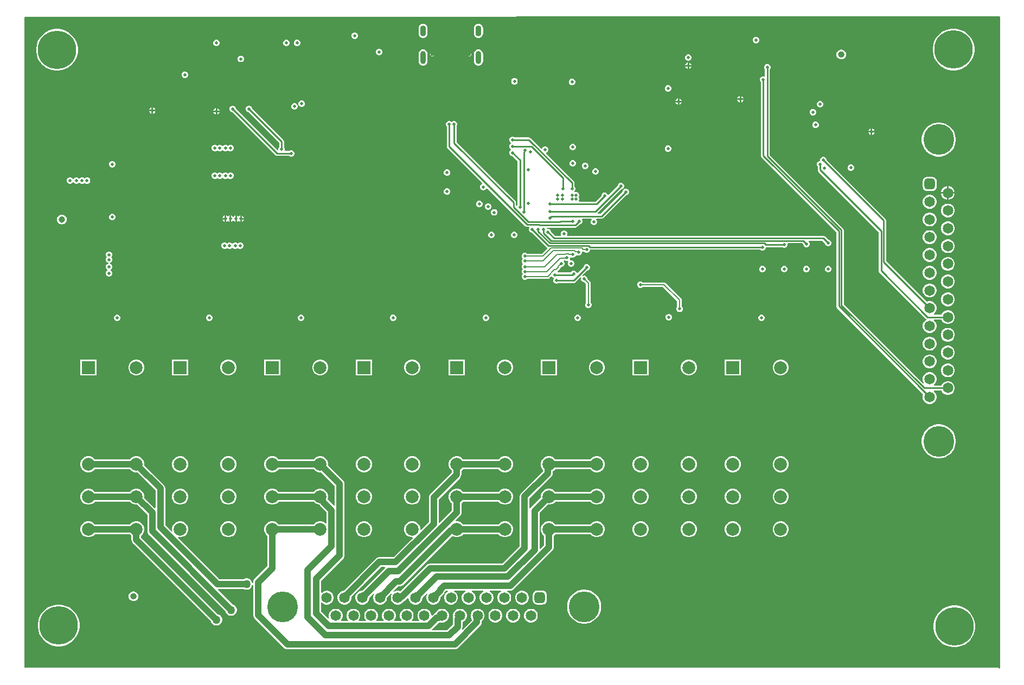
<source format=gbr>
%TF.GenerationSoftware,Altium Limited,Altium Designer,24.1.2 (44)*%
G04 Layer_Physical_Order=4*
G04 Layer_Color=16711680*
%FSLAX45Y45*%
%MOMM*%
%TF.SameCoordinates,D8B4AAC8-E2FB-42F1-BA15-8403934F33DF*%
%TF.FilePolarity,Positive*%
%TF.FileFunction,Copper,L4,Bot,Signal*%
%TF.Part,Single*%
G01*
G75*
%TA.AperFunction,Conductor*%
%ADD10C,0.25400*%
%TA.AperFunction,NonConductor*%
%ADD11C,0.50000*%
%TA.AperFunction,Conductor*%
%ADD59C,0.20320*%
%ADD61C,1.01600*%
%TA.AperFunction,ComponentPad*%
%ADD63C,0.60000*%
%ADD64O,0.90000X2.00000*%
%ADD65O,0.90000X1.70000*%
%ADD66C,1.65000*%
%ADD67C,4.80000*%
G04:AMPARAMS|DCode=68|XSize=1.65mm|YSize=1.65mm|CornerRadius=0.4125mm|HoleSize=0mm|Usage=FLASHONLY|Rotation=0.000|XOffset=0mm|YOffset=0mm|HoleType=Round|Shape=RoundedRectangle|*
%AMROUNDEDRECTD68*
21,1,1.65000,0.82500,0,0,0.0*
21,1,0.82500,1.65000,0,0,0.0*
1,1,0.82500,0.41250,-0.41250*
1,1,0.82500,-0.41250,-0.41250*
1,1,0.82500,-0.41250,0.41250*
1,1,0.82500,0.41250,0.41250*
%
%ADD68ROUNDEDRECTD68*%
G04:AMPARAMS|DCode=69|XSize=1.65mm|YSize=1.65mm|CornerRadius=0.4125mm|HoleSize=0mm|Usage=FLASHONLY|Rotation=90.000|XOffset=0mm|YOffset=0mm|HoleType=Round|Shape=RoundedRectangle|*
%AMROUNDEDRECTD69*
21,1,1.65000,0.82500,0,0,90.0*
21,1,0.82500,1.65000,0,0,90.0*
1,1,0.82500,0.41250,0.41250*
1,1,0.82500,0.41250,-0.41250*
1,1,0.82500,-0.41250,-0.41250*
1,1,0.82500,-0.41250,0.41250*
%
%ADD69ROUNDEDRECTD69*%
%ADD70C,2.00000*%
%ADD71R,2.00000X2.00000*%
%TA.AperFunction,ViaPad*%
%ADD72C,0.50000*%
%ADD73C,6.00000*%
%ADD74C,1.27000*%
G36*
X17767300Y12703716D02*
Y2531194D01*
X17755566Y2526333D01*
X17741901Y2540000D01*
X2540000D01*
Y12687300D01*
X2539022Y12688278D01*
X2543877Y12700014D01*
X17758316Y12712693D01*
X17767300Y12703716D01*
D02*
G37*
%LPC*%
G36*
X9627300Y12595107D02*
X9608922Y12592688D01*
X9591796Y12585594D01*
X9577090Y12574310D01*
X9565806Y12559604D01*
X9558712Y12542478D01*
X9556293Y12524100D01*
Y12444100D01*
X9558712Y12425722D01*
X9565806Y12408596D01*
X9577090Y12393890D01*
X9591796Y12382606D01*
X9608922Y12375512D01*
X9627300Y12373093D01*
X9645678Y12375512D01*
X9662804Y12382606D01*
X9677510Y12393890D01*
X9688794Y12408596D01*
X9695888Y12425722D01*
X9698308Y12444100D01*
Y12524100D01*
X9695888Y12542478D01*
X9688794Y12559604D01*
X9677510Y12574310D01*
X9662804Y12585594D01*
X9645678Y12592688D01*
X9627300Y12595107D01*
D02*
G37*
G36*
X8762300D02*
X8743922Y12592688D01*
X8726796Y12585594D01*
X8712090Y12574310D01*
X8700806Y12559604D01*
X8693712Y12542478D01*
X8691292Y12524100D01*
Y12444100D01*
X8693712Y12425722D01*
X8700806Y12408596D01*
X8712090Y12393890D01*
X8726796Y12382606D01*
X8743922Y12375512D01*
X8762300Y12373093D01*
X8780678Y12375512D01*
X8797804Y12382606D01*
X8812510Y12393890D01*
X8823794Y12408596D01*
X8830888Y12425722D01*
X8833307Y12444100D01*
Y12524100D01*
X8830888Y12542478D01*
X8823794Y12559604D01*
X8812510Y12574310D01*
X8797804Y12585594D01*
X8780678Y12592688D01*
X8762300Y12595107D01*
D02*
G37*
G36*
X7706225Y12458300D02*
X7686175D01*
X7667651Y12450627D01*
X7653473Y12436449D01*
X7645800Y12417925D01*
Y12397875D01*
X7653473Y12379351D01*
X7667651Y12365173D01*
X7686175Y12357500D01*
X7706225D01*
X7724749Y12365173D01*
X7738927Y12379351D01*
X7746600Y12397875D01*
Y12417925D01*
X7738927Y12436449D01*
X7724749Y12450627D01*
X7706225Y12458300D01*
D02*
G37*
G36*
X13967325Y12391100D02*
X13947275D01*
X13928751Y12383427D01*
X13914574Y12369249D01*
X13906900Y12350725D01*
Y12330675D01*
X13914574Y12312151D01*
X13928751Y12297973D01*
X13947275Y12290300D01*
X13967325D01*
X13985849Y12297973D01*
X14000027Y12312151D01*
X14007700Y12330675D01*
Y12350725D01*
X14000027Y12369249D01*
X13985849Y12383427D01*
X13967325Y12391100D01*
D02*
G37*
G36*
X6804525Y12344000D02*
X6784475D01*
X6765951Y12336327D01*
X6751773Y12322149D01*
X6744100Y12303625D01*
Y12283575D01*
X6751773Y12265051D01*
X6765951Y12250873D01*
X6784475Y12243200D01*
X6804525D01*
X6823049Y12250873D01*
X6837227Y12265051D01*
X6844900Y12283575D01*
Y12303625D01*
X6837227Y12322149D01*
X6823049Y12336327D01*
X6804525Y12344000D01*
D02*
G37*
G36*
X6639425D02*
X6619375D01*
X6600851Y12336327D01*
X6586673Y12322149D01*
X6579000Y12303625D01*
Y12283575D01*
X6586673Y12265051D01*
X6600851Y12250873D01*
X6619375Y12243200D01*
X6639425D01*
X6657949Y12250873D01*
X6672127Y12265051D01*
X6679800Y12283575D01*
Y12303625D01*
X6672127Y12322149D01*
X6657949Y12336327D01*
X6639425Y12344000D01*
D02*
G37*
G36*
X5547225D02*
X5527175D01*
X5508651Y12336327D01*
X5494473Y12322149D01*
X5486800Y12303625D01*
Y12283575D01*
X5494473Y12265051D01*
X5508651Y12250873D01*
X5527175Y12243200D01*
X5547225D01*
X5565749Y12250873D01*
X5579927Y12265051D01*
X5587600Y12283575D01*
Y12303625D01*
X5579927Y12322149D01*
X5565749Y12336327D01*
X5547225Y12344000D01*
D02*
G37*
G36*
X8087225Y12204300D02*
X8067175D01*
X8048651Y12196627D01*
X8034473Y12182449D01*
X8026800Y12163925D01*
Y12143875D01*
X8034473Y12125351D01*
X8048651Y12111173D01*
X8067175Y12103500D01*
X8087225D01*
X8105749Y12111173D01*
X8119927Y12125351D01*
X8127600Y12143875D01*
Y12163925D01*
X8119927Y12182449D01*
X8105749Y12196627D01*
X8087225Y12204300D01*
D02*
G37*
G36*
X9489767Y12146100D02*
X9477832D01*
X9466806Y12141533D01*
X9458367Y12133094D01*
X9453800Y12122067D01*
Y12110132D01*
X9458367Y12099106D01*
X9466806Y12090667D01*
X9477832Y12086100D01*
X9489767D01*
X9500794Y12090667D01*
X9509233Y12099106D01*
X9513800Y12110132D01*
Y12122067D01*
X9509233Y12133094D01*
X9500794Y12141533D01*
X9489767Y12146100D01*
D02*
G37*
G36*
X8911768D02*
X8899833D01*
X8888806Y12141533D01*
X8880367Y12133094D01*
X8875800Y12122067D01*
Y12110132D01*
X8880367Y12099106D01*
X8888806Y12090667D01*
X8899833Y12086100D01*
X8911768D01*
X8922794Y12090667D01*
X8931233Y12099106D01*
X8935800Y12110132D01*
Y12122067D01*
X8931233Y12133094D01*
X8922794Y12141533D01*
X8911768Y12146100D01*
D02*
G37*
G36*
X15290800Y12191851D02*
X15271117Y12189259D01*
X15252776Y12181662D01*
X15237024Y12169576D01*
X15224937Y12153825D01*
X15217342Y12135483D01*
X15214749Y12115800D01*
X15217342Y12096117D01*
X15224937Y12077775D01*
X15237024Y12062024D01*
X15252776Y12049938D01*
X15271117Y12042341D01*
X15290800Y12039749D01*
X15310483Y12042341D01*
X15328825Y12049938D01*
X15344576Y12062024D01*
X15356662Y12077775D01*
X15364259Y12096117D01*
X15366850Y12115800D01*
X15364259Y12135483D01*
X15356662Y12153825D01*
X15344576Y12169576D01*
X15328825Y12181662D01*
X15310483Y12189259D01*
X15290800Y12191851D01*
D02*
G37*
G36*
X12913225Y12115400D02*
X12893175D01*
X12874651Y12107727D01*
X12860474Y12093549D01*
X12852800Y12075025D01*
Y12054975D01*
X12860474Y12036451D01*
X12874651Y12022273D01*
X12893175Y12014600D01*
X12913225D01*
X12931749Y12022273D01*
X12945927Y12036451D01*
X12953600Y12054975D01*
Y12075025D01*
X12945927Y12093549D01*
X12931749Y12107727D01*
X12913225Y12115400D01*
D02*
G37*
G36*
X5928225Y12096500D02*
X5908175D01*
X5889651Y12088827D01*
X5875473Y12074649D01*
X5867800Y12056125D01*
Y12036075D01*
X5875473Y12017551D01*
X5889651Y12003373D01*
X5908175Y11995700D01*
X5928225D01*
X5946749Y12003373D01*
X5960927Y12017551D01*
X5968600Y12036075D01*
Y12056125D01*
X5960927Y12074649D01*
X5946749Y12088827D01*
X5928225Y12096500D01*
D02*
G37*
G36*
X12915900Y11987292D02*
Y11950700D01*
X12952492D01*
X12945927Y11966549D01*
X12931749Y11980727D01*
X12915900Y11987292D01*
D02*
G37*
G36*
X12890500D02*
X12874651Y11980727D01*
X12860474Y11966549D01*
X12853908Y11950700D01*
X12890500D01*
Y11987292D01*
D02*
G37*
G36*
X9627300Y12193108D02*
X9608922Y12190688D01*
X9591796Y12183594D01*
X9577090Y12172310D01*
X9565806Y12157604D01*
X9558712Y12140478D01*
X9556293Y12122100D01*
Y12012100D01*
X9558712Y11993722D01*
X9565806Y11976596D01*
X9577090Y11961890D01*
X9591796Y11950606D01*
X9608922Y11943512D01*
X9627300Y11941092D01*
X9645678Y11943512D01*
X9662804Y11950606D01*
X9677510Y11961890D01*
X9688794Y11976596D01*
X9695888Y11993722D01*
X9698308Y12012100D01*
Y12122100D01*
X9695888Y12140478D01*
X9688794Y12157604D01*
X9677510Y12172310D01*
X9662804Y12183594D01*
X9645678Y12190688D01*
X9627300Y12193108D01*
D02*
G37*
G36*
X8762300D02*
X8743922Y12190688D01*
X8726796Y12183594D01*
X8712090Y12172310D01*
X8700806Y12157604D01*
X8693712Y12140478D01*
X8691292Y12122100D01*
Y12012100D01*
X8693712Y11993722D01*
X8700806Y11976596D01*
X8712090Y11961890D01*
X8726796Y11950606D01*
X8743922Y11943512D01*
X8762300Y11941092D01*
X8780678Y11943512D01*
X8797804Y11950606D01*
X8812510Y11961890D01*
X8823794Y11976596D01*
X8830888Y11993722D01*
X8833307Y12012100D01*
Y12122100D01*
X8830888Y12140478D01*
X8823794Y12157604D01*
X8812510Y12172310D01*
X8797804Y12183594D01*
X8780678Y12190688D01*
X8762300Y12193108D01*
D02*
G37*
G36*
X12952492Y11925300D02*
X12915900D01*
Y11888708D01*
X12931749Y11895273D01*
X12945927Y11909451D01*
X12952492Y11925300D01*
D02*
G37*
G36*
X12890500D02*
X12853908D01*
X12860474Y11909451D01*
X12874651Y11895273D01*
X12890500Y11888708D01*
Y11925300D01*
D02*
G37*
G36*
X17069009Y12517400D02*
X17017790D01*
X16967203Y12509387D01*
X16918491Y12493560D01*
X16872853Y12470307D01*
X16831416Y12440201D01*
X16795200Y12403984D01*
X16765092Y12362547D01*
X16741840Y12316910D01*
X16726013Y12268198D01*
X16717999Y12217610D01*
Y12166390D01*
X16726013Y12115802D01*
X16741840Y12067090D01*
X16765092Y12021453D01*
X16795200Y11980016D01*
X16831416Y11943799D01*
X16872853Y11913693D01*
X16918491Y11890440D01*
X16967203Y11874613D01*
X17017790Y11866600D01*
X17069009D01*
X17119598Y11874613D01*
X17168311Y11890440D01*
X17213947Y11913693D01*
X17255383Y11943799D01*
X17291602Y11980016D01*
X17321707Y12021453D01*
X17344960Y12067090D01*
X17360786Y12115802D01*
X17368800Y12166390D01*
Y12217610D01*
X17360786Y12268198D01*
X17344960Y12316910D01*
X17321707Y12362547D01*
X17291602Y12403984D01*
X17255383Y12440201D01*
X17213947Y12470307D01*
X17168311Y12493560D01*
X17119598Y12509387D01*
X17069009Y12517400D01*
D02*
G37*
G36*
X3073610Y12512700D02*
X3022390D01*
X2971802Y12504687D01*
X2923090Y12488860D01*
X2877453Y12465607D01*
X2836016Y12435501D01*
X2799799Y12399284D01*
X2769693Y12357847D01*
X2746440Y12312210D01*
X2730613Y12263498D01*
X2722600Y12212910D01*
Y12161690D01*
X2730613Y12111102D01*
X2746440Y12062390D01*
X2769693Y12016753D01*
X2799799Y11975316D01*
X2836016Y11939099D01*
X2877453Y11908993D01*
X2923090Y11885740D01*
X2971802Y11869913D01*
X3022390Y11861900D01*
X3073610D01*
X3124198Y11869913D01*
X3172910Y11885740D01*
X3218547Y11908993D01*
X3259984Y11939099D01*
X3296201Y11975316D01*
X3326307Y12016753D01*
X3349560Y12062390D01*
X3365387Y12111102D01*
X3373400Y12161690D01*
Y12212910D01*
X3365387Y12263498D01*
X3349560Y12312210D01*
X3326307Y12357847D01*
X3296201Y12399284D01*
X3259984Y12435501D01*
X3218547Y12465607D01*
X3172910Y12488860D01*
X3124198Y12504687D01*
X3073610Y12512700D01*
D02*
G37*
G36*
X14145125Y11963000D02*
X14125075D01*
X14106551Y11955327D01*
X14092374Y11941149D01*
X14084700Y11922625D01*
Y11902575D01*
X14092374Y11884051D01*
X14096252Y11880170D01*
Y11777871D01*
X14085693Y11770815D01*
X14081625Y11772500D01*
X14061575D01*
X14043051Y11764827D01*
X14028873Y11750649D01*
X14021201Y11732125D01*
Y11712075D01*
X14028873Y11693551D01*
X14032753Y11689670D01*
Y10537918D01*
X14035712Y10523053D01*
X14044131Y10510450D01*
X15213853Y9340728D01*
Y8186700D01*
X15216811Y8171834D01*
X15225230Y8159231D01*
X16571404Y6813059D01*
X16569952Y6810548D01*
X16562601Y6783105D01*
Y6754695D01*
X16569952Y6727252D01*
X16584158Y6702648D01*
X16604248Y6682558D01*
X16628851Y6668353D01*
X16656294Y6661000D01*
X16684705D01*
X16712148Y6668353D01*
X16736752Y6682558D01*
X16756842Y6702648D01*
X16771046Y6727252D01*
X16778400Y6754695D01*
Y6783105D01*
X16771046Y6810548D01*
X16756842Y6835152D01*
X16736752Y6855241D01*
X16734943Y6856286D01*
X16738229Y6868553D01*
X16853203D01*
X16853954Y6865752D01*
X16868159Y6841148D01*
X16888248Y6821058D01*
X16912852Y6806853D01*
X16940295Y6799500D01*
X16968706D01*
X16996149Y6806853D01*
X17020752Y6821058D01*
X17040842Y6841148D01*
X17055048Y6865752D01*
X17062399Y6893195D01*
Y6921605D01*
X17055048Y6949048D01*
X17040842Y6973652D01*
X17020752Y6993741D01*
X16996149Y7007947D01*
X16968706Y7015300D01*
X16940295D01*
X16912852Y7007947D01*
X16888248Y6993741D01*
X16868159Y6973652D01*
X16853954Y6949048D01*
X16853203Y6946246D01*
X16738229D01*
X16734943Y6958514D01*
X16736752Y6959559D01*
X16756842Y6979648D01*
X16771046Y7004252D01*
X16778400Y7031695D01*
Y7060105D01*
X16771046Y7087548D01*
X16756842Y7112152D01*
X16736752Y7132242D01*
X16712148Y7146447D01*
X16684705Y7153800D01*
X16656294D01*
X16628851Y7146447D01*
X16604248Y7132242D01*
X16584158Y7112152D01*
X16569952Y7087548D01*
X16562601Y7060105D01*
Y7031695D01*
X16569952Y7004252D01*
X16580917Y6985262D01*
X16570755Y6977464D01*
X15329646Y8218572D01*
Y9372600D01*
X15326689Y9387466D01*
X15318269Y9400069D01*
X14173947Y10544391D01*
Y11880170D01*
X14177827Y11884051D01*
X14185500Y11902575D01*
Y11922625D01*
X14177827Y11941149D01*
X14163649Y11955327D01*
X14145125Y11963000D01*
D02*
G37*
G36*
X5051925Y11848700D02*
X5031875D01*
X5013351Y11841027D01*
X4999173Y11826850D01*
X4991500Y11808325D01*
Y11788275D01*
X4999173Y11769751D01*
X5013351Y11755573D01*
X5031875Y11747900D01*
X5051925D01*
X5070449Y11755573D01*
X5084627Y11769751D01*
X5092300Y11788275D01*
Y11808325D01*
X5084627Y11826850D01*
X5070449Y11841027D01*
X5051925Y11848700D01*
D02*
G37*
G36*
X10199025Y11747100D02*
X10178975D01*
X10160451Y11739427D01*
X10146273Y11725249D01*
X10138600Y11706725D01*
Y11686675D01*
X10146273Y11668151D01*
X10160451Y11653973D01*
X10178975Y11646300D01*
X10199025D01*
X10217549Y11653973D01*
X10231727Y11668151D01*
X10239400Y11686675D01*
Y11706725D01*
X10231727Y11725249D01*
X10217549Y11739427D01*
X10199025Y11747100D01*
D02*
G37*
G36*
X11097125Y11734400D02*
X11077075D01*
X11058551Y11726727D01*
X11044373Y11712549D01*
X11036700Y11694025D01*
Y11673975D01*
X11044373Y11655451D01*
X11058551Y11641273D01*
X11077075Y11633600D01*
X11097125D01*
X11115649Y11641273D01*
X11129827Y11655451D01*
X11137500Y11673975D01*
Y11694025D01*
X11129827Y11712549D01*
X11115649Y11726727D01*
X11097125Y11734400D01*
D02*
G37*
G36*
X12595725Y11632800D02*
X12575675D01*
X12557151Y11625127D01*
X12542973Y11610949D01*
X12535300Y11592425D01*
Y11572375D01*
X12542973Y11553851D01*
X12557151Y11539673D01*
X12575675Y11532000D01*
X12595725D01*
X12614249Y11539673D01*
X12628427Y11553851D01*
X12636100Y11572375D01*
Y11592425D01*
X12628427Y11610949D01*
X12614249Y11625127D01*
X12595725Y11632800D01*
D02*
G37*
G36*
X13728700Y11466592D02*
Y11430000D01*
X13765292D01*
X13758727Y11445849D01*
X13744550Y11460027D01*
X13728700Y11466592D01*
D02*
G37*
G36*
X13703300D02*
X13687451Y11460027D01*
X13673273Y11445849D01*
X13666708Y11430000D01*
X13703300D01*
Y11466592D01*
D02*
G37*
G36*
X12763500Y11428492D02*
Y11391900D01*
X12800092D01*
X12793527Y11407749D01*
X12779349Y11421927D01*
X12763500Y11428492D01*
D02*
G37*
G36*
X12738100D02*
X12722251Y11421927D01*
X12708073Y11407749D01*
X12701508Y11391900D01*
X12738100D01*
Y11428492D01*
D02*
G37*
G36*
X13765292Y11404600D02*
X13728700D01*
Y11368008D01*
X13744550Y11374573D01*
X13758727Y11388751D01*
X13765292Y11404600D01*
D02*
G37*
G36*
X13703300D02*
X13666708D01*
X13673273Y11388751D01*
X13687451Y11374573D01*
X13703300Y11368008D01*
Y11404600D01*
D02*
G37*
G36*
X12800092Y11366500D02*
X12763500D01*
Y11329908D01*
X12779349Y11336473D01*
X12793527Y11350651D01*
X12800092Y11366500D01*
D02*
G37*
G36*
X12738100D02*
X12701508D01*
X12708073Y11350651D01*
X12722251Y11336473D01*
X12738100Y11329908D01*
Y11366500D01*
D02*
G37*
G36*
X6877425Y11395100D02*
X6857375D01*
X6838851Y11387427D01*
X6824673Y11373250D01*
X6817000Y11354725D01*
Y11334675D01*
X6824673Y11316151D01*
X6838851Y11301973D01*
X6857375Y11294300D01*
X6877425D01*
X6895949Y11301973D01*
X6910127Y11316151D01*
X6917800Y11334675D01*
Y11354725D01*
X6910127Y11373250D01*
X6895949Y11387427D01*
X6877425Y11395100D01*
D02*
G37*
G36*
X14969000Y11390050D02*
X14948950D01*
X14930426Y11382377D01*
X14916248Y11368199D01*
X14908575Y11349675D01*
Y11329625D01*
X14916248Y11311101D01*
X14930426Y11296923D01*
X14948950Y11289250D01*
X14969000D01*
X14987524Y11296923D01*
X15001701Y11311101D01*
X15009375Y11329625D01*
Y11349675D01*
X15001701Y11368199D01*
X14987524Y11382377D01*
X14969000Y11390050D01*
D02*
G37*
G36*
X6766425Y11353400D02*
X6746375D01*
X6727851Y11345727D01*
X6713673Y11331549D01*
X6706000Y11313025D01*
Y11292975D01*
X6713673Y11274451D01*
X6727851Y11260273D01*
X6746375Y11252600D01*
X6766425D01*
X6784949Y11260273D01*
X6799127Y11274451D01*
X6806800Y11292975D01*
Y11313025D01*
X6799127Y11331549D01*
X6784949Y11345727D01*
X6766425Y11353400D01*
D02*
G37*
G36*
X4546600Y11288792D02*
Y11252200D01*
X4583192D01*
X4576627Y11268049D01*
X4562449Y11282227D01*
X4546600Y11288792D01*
D02*
G37*
G36*
X4521200D02*
X4505351Y11282227D01*
X4491173Y11268049D01*
X4484608Y11252200D01*
X4521200D01*
Y11288792D01*
D02*
G37*
G36*
X5549900Y11276092D02*
Y11239500D01*
X5586492D01*
X5579927Y11255349D01*
X5565749Y11269527D01*
X5549900Y11276092D01*
D02*
G37*
G36*
X5524500D02*
X5508651Y11269527D01*
X5494473Y11255349D01*
X5487908Y11239500D01*
X5524500D01*
Y11276092D01*
D02*
G37*
G36*
X4583192Y11226800D02*
X4546600D01*
Y11190208D01*
X4562449Y11196773D01*
X4576627Y11210951D01*
X4583192Y11226800D01*
D02*
G37*
G36*
X4521200D02*
X4484608D01*
X4491173Y11210951D01*
X4505351Y11196773D01*
X4521200Y11190208D01*
Y11226800D01*
D02*
G37*
G36*
X5586492Y11214100D02*
X5549900D01*
Y11177508D01*
X5565749Y11184073D01*
X5579927Y11198251D01*
X5586492Y11214100D01*
D02*
G37*
G36*
X5524500D02*
X5487908D01*
X5494473Y11198251D01*
X5508651Y11184073D01*
X5524500Y11177508D01*
Y11214100D01*
D02*
G37*
G36*
X14856325Y11264500D02*
X14836275D01*
X14817751Y11256827D01*
X14803574Y11242649D01*
X14795900Y11224125D01*
Y11204075D01*
X14803574Y11185551D01*
X14817751Y11171373D01*
X14836275Y11163700D01*
X14856325D01*
X14874849Y11171373D01*
X14889027Y11185551D01*
X14896700Y11204075D01*
Y11224125D01*
X14889027Y11242649D01*
X14874849Y11256827D01*
X14856325Y11264500D01*
D02*
G37*
G36*
X14898524Y11065400D02*
X14878474D01*
X14859950Y11057727D01*
X14845773Y11043549D01*
X14838100Y11025025D01*
Y11004975D01*
X14845773Y10986451D01*
X14859950Y10972273D01*
X14878474Y10964600D01*
X14898524D01*
X14917049Y10972273D01*
X14931227Y10986451D01*
X14938901Y11004975D01*
Y11025025D01*
X14931227Y11043549D01*
X14917049Y11057727D01*
X14898524Y11065400D01*
D02*
G37*
G36*
X15773399Y10958592D02*
Y10922000D01*
X15809991D01*
X15803427Y10937849D01*
X15789249Y10952027D01*
X15773399Y10958592D01*
D02*
G37*
G36*
X15748000D02*
X15732150Y10952027D01*
X15717973Y10937849D01*
X15711407Y10922000D01*
X15748000D01*
Y10958592D01*
D02*
G37*
G36*
X15809991Y10896600D02*
X15773399D01*
Y10860008D01*
X15789249Y10866573D01*
X15803427Y10880751D01*
X15809991Y10896600D01*
D02*
G37*
G36*
X15748000D02*
X15711407D01*
X15717973Y10880751D01*
X15732150Y10866573D01*
X15748000Y10860008D01*
Y10896600D01*
D02*
G37*
G36*
X5764025Y10705700D02*
X5743975D01*
X5725451Y10698027D01*
X5715900Y10688476D01*
X5706349Y10698027D01*
X5687825Y10705700D01*
X5667775D01*
X5649251Y10698027D01*
X5641647Y10690423D01*
X5633350Y10684980D01*
X5625053Y10690423D01*
X5617449Y10698027D01*
X5598925Y10705700D01*
X5578875D01*
X5560351Y10698027D01*
X5550800Y10688476D01*
X5541249Y10698027D01*
X5522725Y10705700D01*
X5502675D01*
X5484151Y10698027D01*
X5469973Y10683849D01*
X5462300Y10665325D01*
Y10645275D01*
X5469973Y10626751D01*
X5484151Y10612573D01*
X5502675Y10604900D01*
X5522725D01*
X5541249Y10612573D01*
X5550800Y10622124D01*
X5560351Y10612573D01*
X5578875Y10604900D01*
X5598925D01*
X5617449Y10612573D01*
X5625053Y10620177D01*
X5633350Y10625620D01*
X5641647Y10620177D01*
X5649251Y10612573D01*
X5667775Y10604900D01*
X5687825D01*
X5706349Y10612573D01*
X5715900Y10622124D01*
X5725451Y10612573D01*
X5743975Y10604900D01*
X5764025D01*
X5782549Y10612573D01*
X5796727Y10626751D01*
X5804400Y10645275D01*
Y10665325D01*
X5796727Y10683849D01*
X5782549Y10698027D01*
X5764025Y10705700D01*
D02*
G37*
G36*
X6055225Y11315300D02*
X6035175D01*
X6016651Y11307627D01*
X6002473Y11293449D01*
X5994800Y11274925D01*
Y11254875D01*
X6002473Y11236351D01*
X6016651Y11222173D01*
X6035175Y11214500D01*
X6040663D01*
X6514353Y10740809D01*
Y10666805D01*
X6510473Y10662925D01*
X6502800Y10644400D01*
Y10626198D01*
X6497843Y10622500D01*
X6491067Y10619970D01*
X5841600Y11269437D01*
Y11274925D01*
X5833927Y11293449D01*
X5819749Y11307627D01*
X5801225Y11315300D01*
X5781175D01*
X5762651Y11307627D01*
X5748473Y11293449D01*
X5740800Y11274925D01*
Y11254875D01*
X5748473Y11236351D01*
X5762651Y11222173D01*
X5781175Y11214500D01*
X5786663D01*
X6457356Y10543807D01*
X6469959Y10535386D01*
X6484825Y10532429D01*
X6668632D01*
X6677219Y10523842D01*
X6695743Y10516168D01*
X6715794D01*
X6734318Y10523842D01*
X6748495Y10538019D01*
X6756168Y10556543D01*
Y10576594D01*
X6748495Y10595118D01*
X6734318Y10609295D01*
X6715794Y10616968D01*
X6695743D01*
X6679214Y10610122D01*
X6609136D01*
X6602080Y10620682D01*
X6603600Y10624350D01*
Y10644400D01*
X6595927Y10662925D01*
X6592047Y10666805D01*
Y10756900D01*
X6589089Y10771766D01*
X6580669Y10784369D01*
X6095600Y11269437D01*
Y11274925D01*
X6087927Y11293449D01*
X6073749Y11307627D01*
X6055225Y11315300D01*
D02*
G37*
G36*
X11109825Y10718400D02*
X11089775D01*
X11071251Y10710727D01*
X11057073Y10696549D01*
X11049400Y10678025D01*
Y10657975D01*
X11057073Y10639451D01*
X11071251Y10625273D01*
X11089775Y10617600D01*
X11109825D01*
X11128349Y10625273D01*
X11142527Y10639451D01*
X11150200Y10657975D01*
Y10678025D01*
X11142527Y10696549D01*
X11128349Y10710727D01*
X11109825Y10718400D01*
D02*
G37*
G36*
X12595725Y10693000D02*
X12575675D01*
X12557151Y10685327D01*
X12542973Y10671149D01*
X12535300Y10652625D01*
Y10632575D01*
X12542973Y10614051D01*
X12557151Y10599873D01*
X12575675Y10592200D01*
X12595725D01*
X12614249Y10599873D01*
X12628427Y10614051D01*
X12636100Y10632575D01*
Y10652625D01*
X12628427Y10671149D01*
X12614249Y10685327D01*
X12595725Y10693000D01*
D02*
G37*
G36*
X16833388Y11051300D02*
X16791612D01*
X16750352Y11044765D01*
X16710622Y11031856D01*
X16673399Y11012890D01*
X16639603Y10988336D01*
X16610065Y10958796D01*
X16585510Y10925000D01*
X16566544Y10887778D01*
X16553635Y10848048D01*
X16547099Y10806787D01*
Y10765013D01*
X16553635Y10723752D01*
X16566544Y10684022D01*
X16585510Y10646800D01*
X16610065Y10613003D01*
X16639603Y10583464D01*
X16673399Y10558910D01*
X16710622Y10539944D01*
X16750352Y10527035D01*
X16791612Y10520500D01*
X16833388D01*
X16874648Y10527035D01*
X16914378Y10539944D01*
X16951601Y10558910D01*
X16985397Y10583464D01*
X17014935Y10613003D01*
X17039490Y10646800D01*
X17058456Y10684022D01*
X17071365Y10723752D01*
X17077901Y10765013D01*
Y10806787D01*
X17071365Y10848048D01*
X17058456Y10887778D01*
X17039490Y10925000D01*
X17014935Y10958796D01*
X16985397Y10988336D01*
X16951601Y11012890D01*
X16914378Y11031856D01*
X16874648Y11044765D01*
X16833388Y11051300D01*
D02*
G37*
G36*
X11109825Y10464400D02*
X11089775D01*
X11071251Y10456727D01*
X11057073Y10442549D01*
X11049400Y10424025D01*
Y10403975D01*
X11057073Y10385451D01*
X11071251Y10371273D01*
X11089775Y10363600D01*
X11109825D01*
X11128349Y10371273D01*
X11142527Y10385451D01*
X11150200Y10403975D01*
Y10424025D01*
X11142527Y10442549D01*
X11128349Y10456727D01*
X11109825Y10464400D01*
D02*
G37*
G36*
X3921625Y10451700D02*
X3901575D01*
X3883051Y10444027D01*
X3868873Y10429849D01*
X3861200Y10411325D01*
Y10391275D01*
X3868873Y10372751D01*
X3883051Y10358573D01*
X3901575Y10350900D01*
X3921625D01*
X3940149Y10358573D01*
X3954327Y10372751D01*
X3962000Y10391275D01*
Y10411325D01*
X3954327Y10429849D01*
X3940149Y10444027D01*
X3921625Y10451700D01*
D02*
G37*
G36*
X11300325Y10426300D02*
X11280275D01*
X11261751Y10418627D01*
X11247573Y10404449D01*
X11239900Y10385925D01*
Y10365875D01*
X11247573Y10347351D01*
X11261751Y10333173D01*
X11280275Y10325500D01*
X11300325D01*
X11318849Y10333173D01*
X11333027Y10347351D01*
X11340700Y10365875D01*
Y10385925D01*
X11333027Y10404449D01*
X11318849Y10418627D01*
X11300325Y10426300D01*
D02*
G37*
G36*
X15450125Y10397800D02*
X15430075D01*
X15411551Y10390127D01*
X15397372Y10375949D01*
X15389700Y10357425D01*
Y10337375D01*
X15397372Y10318851D01*
X15411551Y10304673D01*
X15430075Y10297000D01*
X15450125D01*
X15468649Y10304673D01*
X15482828Y10318851D01*
X15490500Y10337375D01*
Y10357425D01*
X15482828Y10375949D01*
X15468649Y10390127D01*
X15450125Y10397800D01*
D02*
G37*
G36*
X5764025Y10275700D02*
X5743975D01*
X5725451Y10268027D01*
X5715900Y10258476D01*
X5706349Y10268027D01*
X5687825Y10275700D01*
X5667775D01*
X5649251Y10268027D01*
X5641647Y10260423D01*
X5633350Y10254980D01*
X5625053Y10260423D01*
X5617449Y10268027D01*
X5598925Y10275700D01*
X5578875D01*
X5560351Y10268027D01*
X5550800Y10258476D01*
X5541249Y10268027D01*
X5522725Y10275700D01*
X5502675D01*
X5484151Y10268027D01*
X5469973Y10253849D01*
X5462300Y10235325D01*
Y10215275D01*
X5469973Y10196750D01*
X5484151Y10182573D01*
X5502675Y10174900D01*
X5522725D01*
X5541249Y10182573D01*
X5550800Y10192124D01*
X5560351Y10182573D01*
X5578875Y10174900D01*
X5598925D01*
X5617449Y10182573D01*
X5625053Y10190177D01*
X5633350Y10195620D01*
X5641647Y10190177D01*
X5649251Y10182573D01*
X5667775Y10174900D01*
X5687825D01*
X5706349Y10182573D01*
X5715900Y10192124D01*
X5725451Y10182573D01*
X5743975Y10174900D01*
X5764025D01*
X5782549Y10182573D01*
X5796727Y10196750D01*
X5804400Y10215275D01*
Y10235325D01*
X5796727Y10253849D01*
X5782549Y10268027D01*
X5764025Y10275700D01*
D02*
G37*
G36*
X11465425Y10337400D02*
X11445375D01*
X11426851Y10329727D01*
X11412673Y10315549D01*
X11405000Y10297025D01*
Y10276975D01*
X11412673Y10258451D01*
X11426851Y10244273D01*
X11445375Y10236600D01*
X11465425D01*
X11483949Y10244273D01*
X11498127Y10258451D01*
X11505800Y10276975D01*
Y10297025D01*
X11498127Y10315549D01*
X11483949Y10329727D01*
X11465425Y10337400D01*
D02*
G37*
G36*
X9146225Y10319800D02*
X9126175D01*
X9107651Y10312127D01*
X9093473Y10297949D01*
X9085800Y10279425D01*
Y10259375D01*
X9093473Y10240851D01*
X9107651Y10226673D01*
X9126175Y10219000D01*
X9146225D01*
X9164749Y10226673D01*
X9178927Y10240851D01*
X9186600Y10259375D01*
Y10279425D01*
X9178927Y10297949D01*
X9164749Y10312127D01*
X9146225Y10319800D01*
D02*
G37*
G36*
X3527025Y10197700D02*
X3506975D01*
X3488451Y10190027D01*
X3478900Y10180476D01*
X3469349Y10190027D01*
X3450825Y10197700D01*
X3430775D01*
X3412251Y10190027D01*
X3404647Y10182423D01*
X3396350Y10176980D01*
X3388053Y10182423D01*
X3380449Y10190027D01*
X3361925Y10197700D01*
X3341875D01*
X3323351Y10190027D01*
X3309173Y10175849D01*
X3307900Y10172776D01*
X3295200D01*
X3293927Y10175849D01*
X3279749Y10190027D01*
X3261225Y10197700D01*
X3241175D01*
X3222651Y10190027D01*
X3208473Y10175849D01*
X3200800Y10157325D01*
Y10137275D01*
X3208473Y10118751D01*
X3222651Y10104573D01*
X3241175Y10096900D01*
X3261225D01*
X3279749Y10104573D01*
X3293927Y10118751D01*
X3295200Y10121824D01*
X3307900D01*
X3309173Y10118751D01*
X3323351Y10104573D01*
X3341875Y10096900D01*
X3361925D01*
X3380449Y10104573D01*
X3388053Y10112177D01*
X3396350Y10117620D01*
X3404647Y10112177D01*
X3412251Y10104573D01*
X3430775Y10096900D01*
X3450825D01*
X3469349Y10104573D01*
X3478900Y10114124D01*
X3488451Y10104573D01*
X3506975Y10096900D01*
X3527025D01*
X3545549Y10104573D01*
X3559727Y10118751D01*
X3567400Y10137275D01*
Y10157325D01*
X3559727Y10175849D01*
X3545549Y10190027D01*
X3527025Y10197700D01*
D02*
G37*
G36*
X16711749Y10201375D02*
X16629250D01*
X16611852Y10199084D01*
X16595638Y10192368D01*
X16581715Y10181685D01*
X16571033Y10167762D01*
X16564316Y10151549D01*
X16562025Y10134150D01*
Y10051650D01*
X16564316Y10034251D01*
X16571033Y10018037D01*
X16581715Y10004115D01*
X16595638Y9993431D01*
X16611852Y9986715D01*
X16629250Y9984425D01*
X16711749D01*
X16729149Y9986715D01*
X16745361Y9993431D01*
X16759285Y10004115D01*
X16769968Y10018037D01*
X16776685Y10034251D01*
X16778975Y10051650D01*
Y10134150D01*
X16776685Y10151549D01*
X16769968Y10167762D01*
X16759285Y10181685D01*
X16745361Y10192368D01*
X16729149Y10199084D01*
X16711749Y10201375D01*
D02*
G37*
G36*
X16968706Y10062300D02*
X16967200D01*
Y9967100D01*
X17062399D01*
Y9968605D01*
X17055048Y9996048D01*
X17040842Y10020652D01*
X17020752Y10040741D01*
X16996149Y10054947D01*
X16968706Y10062300D01*
D02*
G37*
G36*
X16941800D02*
X16940295D01*
X16912852Y10054947D01*
X16888248Y10040741D01*
X16868159Y10020652D01*
X16853954Y9996048D01*
X16846600Y9968605D01*
Y9967100D01*
X16941800D01*
Y10062300D01*
D02*
G37*
G36*
X9146225Y10024800D02*
X9126175D01*
X9107651Y10017127D01*
X9093473Y10002949D01*
X9085800Y9984425D01*
Y9964375D01*
X9093473Y9945851D01*
X9107651Y9931673D01*
X9126175Y9924000D01*
X9146225D01*
X9164749Y9931673D01*
X9178927Y9945851D01*
X9186600Y9964375D01*
Y9984425D01*
X9178927Y10002949D01*
X9164749Y10017127D01*
X9146225Y10024800D01*
D02*
G37*
G36*
X17062399Y9941700D02*
X16967200D01*
Y9846500D01*
X16968706D01*
X16996149Y9853853D01*
X17020752Y9868058D01*
X17040842Y9888148D01*
X17055048Y9912752D01*
X17062399Y9940195D01*
Y9941700D01*
D02*
G37*
G36*
X16941800D02*
X16846600D01*
Y9940195D01*
X16853954Y9912752D01*
X16868159Y9888148D01*
X16888248Y9868058D01*
X16912852Y9853853D01*
X16940295Y9846500D01*
X16941800D01*
Y9941700D01*
D02*
G37*
G36*
X9649325Y9829400D02*
X9629275D01*
X9610751Y9821727D01*
X9596573Y9807549D01*
X9588900Y9789025D01*
Y9768975D01*
X9596573Y9750451D01*
X9610751Y9736273D01*
X9629275Y9728600D01*
X9649325D01*
X9667849Y9736273D01*
X9682027Y9750451D01*
X9689700Y9768975D01*
Y9789025D01*
X9682027Y9807549D01*
X9667849Y9821727D01*
X9649325Y9829400D01*
D02*
G37*
G36*
X16684705Y9923800D02*
X16656294D01*
X16628851Y9916447D01*
X16604248Y9902241D01*
X16584158Y9882152D01*
X16569952Y9857548D01*
X16562601Y9830105D01*
Y9801695D01*
X16569952Y9774252D01*
X16584158Y9749648D01*
X16604248Y9729558D01*
X16628851Y9715353D01*
X16656294Y9708000D01*
X16684705D01*
X16712148Y9715353D01*
X16736752Y9729558D01*
X16756842Y9749648D01*
X16771046Y9774252D01*
X16778400Y9801695D01*
Y9830105D01*
X16771046Y9857548D01*
X16756842Y9882152D01*
X16736752Y9902241D01*
X16712148Y9916447D01*
X16684705Y9923800D01*
D02*
G37*
G36*
X9789025Y9791300D02*
X9768975D01*
X9750451Y9783627D01*
X9736273Y9769449D01*
X9728600Y9750925D01*
Y9730875D01*
X9736273Y9712351D01*
X9750451Y9698173D01*
X9768975Y9690500D01*
X9789025D01*
X9807549Y9698173D01*
X9821727Y9712351D01*
X9829400Y9730875D01*
Y9750925D01*
X9821727Y9769449D01*
X9807549Y9783627D01*
X9789025Y9791300D01*
D02*
G37*
G36*
X9882925Y9700500D02*
X9862875D01*
X9844351Y9692827D01*
X9830173Y9678649D01*
X9822500Y9660125D01*
Y9640075D01*
X9830173Y9621551D01*
X9844351Y9607373D01*
X9862875Y9599700D01*
X9882925D01*
X9901449Y9607373D01*
X9915627Y9621551D01*
X9923300Y9640075D01*
Y9660125D01*
X9915627Y9678649D01*
X9901449Y9692827D01*
X9882925Y9700500D01*
D02*
G37*
G36*
X5905500Y9599692D02*
X5889651Y9593127D01*
X5880100Y9583576D01*
X5870549Y9593127D01*
X5854700Y9599692D01*
Y9550400D01*
Y9501108D01*
X5870549Y9507673D01*
X5880100Y9517224D01*
X5889651Y9507673D01*
X5905500Y9501108D01*
Y9550400D01*
Y9599692D01*
D02*
G37*
G36*
X5740400D02*
X5724551Y9593127D01*
X5715000Y9583576D01*
X5705449Y9593127D01*
X5689600Y9599692D01*
Y9550400D01*
Y9501108D01*
X5705449Y9507673D01*
X5715000Y9517224D01*
X5724551Y9507673D01*
X5740400Y9501108D01*
Y9550400D01*
Y9599692D01*
D02*
G37*
G36*
X5829300D02*
X5813451Y9593127D01*
X5805847Y9585523D01*
X5797550Y9580080D01*
X5789253Y9585523D01*
X5781649Y9593127D01*
X5765800Y9599692D01*
Y9550400D01*
Y9501108D01*
X5781649Y9507673D01*
X5789253Y9515277D01*
X5797550Y9520720D01*
X5805847Y9515277D01*
X5813451Y9507673D01*
X5829300Y9501108D01*
Y9550400D01*
Y9599692D01*
D02*
G37*
G36*
X16968706Y9785300D02*
X16940295D01*
X16912852Y9777947D01*
X16888248Y9763741D01*
X16868159Y9743652D01*
X16853954Y9719048D01*
X16846600Y9691605D01*
Y9663195D01*
X16853954Y9635752D01*
X16868159Y9611148D01*
X16888248Y9591059D01*
X16912852Y9576853D01*
X16940295Y9569500D01*
X16968706D01*
X16996149Y9576853D01*
X17020752Y9591059D01*
X17040842Y9611148D01*
X17055048Y9635752D01*
X17062399Y9663195D01*
Y9691605D01*
X17055048Y9719048D01*
X17040842Y9743652D01*
X17020752Y9763741D01*
X16996149Y9777947D01*
X16968706Y9785300D01*
D02*
G37*
G36*
X5930900Y9599692D02*
Y9563100D01*
X5967492D01*
X5960927Y9578949D01*
X5946749Y9593127D01*
X5930900Y9599692D01*
D02*
G37*
G36*
X5664200D02*
X5648351Y9593127D01*
X5634173Y9578949D01*
X5627608Y9563100D01*
X5664200D01*
Y9599692D01*
D02*
G37*
G36*
X3921625Y9626200D02*
X3901575D01*
X3883051Y9618527D01*
X3868873Y9604349D01*
X3861200Y9585825D01*
Y9565775D01*
X3868873Y9547251D01*
X3883051Y9533073D01*
X3901575Y9525400D01*
X3921625D01*
X3940149Y9533073D01*
X3954327Y9547251D01*
X3962000Y9565775D01*
Y9585825D01*
X3954327Y9604349D01*
X3940149Y9618527D01*
X3921625Y9626200D01*
D02*
G37*
G36*
X5967492Y9537700D02*
X5930900D01*
Y9501108D01*
X5946749Y9507673D01*
X5960927Y9521851D01*
X5967492Y9537700D01*
D02*
G37*
G36*
X5664200D02*
X5627608D01*
X5634173Y9521851D01*
X5648351Y9507673D01*
X5664200Y9501108D01*
Y9537700D01*
D02*
G37*
G36*
X3124200Y9613751D02*
X3104517Y9611159D01*
X3086175Y9603562D01*
X3070424Y9591476D01*
X3058338Y9575725D01*
X3050741Y9557383D01*
X3048149Y9537700D01*
X3050741Y9518017D01*
X3058338Y9499675D01*
X3070424Y9483924D01*
X3086175Y9471838D01*
X3104517Y9464241D01*
X3124200Y9461649D01*
X3143883Y9464241D01*
X3162225Y9471838D01*
X3177976Y9483924D01*
X3190062Y9499675D01*
X3197659Y9518017D01*
X3200251Y9537700D01*
X3197659Y9557383D01*
X3190062Y9575725D01*
X3177976Y9591476D01*
X3162225Y9603562D01*
X3143883Y9611159D01*
X3124200Y9613751D01*
D02*
G37*
G36*
X9179425Y11077052D02*
X9159375D01*
X9140851Y11069379D01*
X9126673Y11055201D01*
X9119000Y11036677D01*
Y11016627D01*
X9126673Y10998103D01*
X9130553Y10994222D01*
Y10677282D01*
X9133511Y10662416D01*
X9141931Y10649813D01*
X9685084Y10106661D01*
X9682104Y10091680D01*
X9674251Y10088427D01*
X9660073Y10074249D01*
X9652400Y10055725D01*
Y10035675D01*
X9660073Y10017151D01*
X9674251Y10002973D01*
X9692775Y9995300D01*
X9712825D01*
X9731349Y10002973D01*
X9745527Y10017151D01*
X9748780Y10025004D01*
X9763761Y10027984D01*
X10357313Y9434431D01*
X10369916Y9426011D01*
X10384782Y9423054D01*
X10414684D01*
X10420625Y9410353D01*
X10414400Y9395325D01*
Y9375275D01*
X10422073Y9356751D01*
X10436251Y9342573D01*
X10454775Y9334900D01*
X10460263D01*
X10691331Y9103831D01*
X10695506Y9101042D01*
X10697210Y9084785D01*
X10614882Y9002457D01*
X10385519D01*
X10379049Y9008927D01*
X10360525Y9016600D01*
X10340475D01*
X10321951Y9008927D01*
X10307773Y8994749D01*
X10300100Y8976225D01*
Y8956175D01*
X10307773Y8937651D01*
X10317324Y8928100D01*
X10307773Y8918549D01*
X10300100Y8900025D01*
Y8879975D01*
X10307773Y8861451D01*
X10315377Y8853847D01*
X10320820Y8845550D01*
X10315377Y8837253D01*
X10307773Y8829649D01*
X10300100Y8811125D01*
Y8791075D01*
X10307773Y8772551D01*
X10318792Y8761532D01*
X10310709Y8753449D01*
X10303036Y8734925D01*
Y8714875D01*
X10310709Y8696351D01*
X10318792Y8688268D01*
X10307773Y8677249D01*
X10300100Y8658725D01*
Y8638675D01*
X10307773Y8620151D01*
X10321951Y8605973D01*
X10340475Y8598300D01*
X10360525D01*
X10379049Y8605973D01*
X10385519Y8612443D01*
X10709354D01*
X10709356Y8612443D01*
X10723230Y8615203D01*
X10734993Y8623063D01*
X10763677Y8651746D01*
X10776133Y8649269D01*
X10777673Y8645551D01*
X10791851Y8631373D01*
X10799548Y8628185D01*
X10803073Y8613749D01*
X10795400Y8595225D01*
Y8575175D01*
X10803073Y8556651D01*
X10817251Y8542473D01*
X10835775Y8534800D01*
X10855825D01*
X10874349Y8542473D01*
X10878230Y8546353D01*
X11112500D01*
X11127366Y8549311D01*
X11139969Y8557731D01*
X11220943Y8638706D01*
X11231710Y8631512D01*
X11227200Y8620625D01*
Y8600575D01*
X11234873Y8582051D01*
X11249051Y8567873D01*
X11267575Y8560200D01*
X11276725D01*
X11304843Y8532082D01*
Y8239219D01*
X11298373Y8232749D01*
X11290700Y8214225D01*
Y8194175D01*
X11298373Y8175651D01*
X11312551Y8161473D01*
X11331075Y8153800D01*
X11351125D01*
X11369649Y8161473D01*
X11383827Y8175651D01*
X11391500Y8194175D01*
Y8214225D01*
X11383827Y8232749D01*
X11377357Y8239219D01*
Y8547100D01*
X11374597Y8560975D01*
X11366737Y8572737D01*
X11366737Y8572738D01*
X11328000Y8611475D01*
Y8620625D01*
X11320327Y8639149D01*
X11306149Y8653327D01*
X11287625Y8661000D01*
X11267575D01*
X11256688Y8656490D01*
X11249494Y8667257D01*
X11320237Y8738000D01*
X11325725D01*
X11344249Y8745673D01*
X11358427Y8759851D01*
X11366100Y8778375D01*
Y8798425D01*
X11358427Y8816949D01*
X11344249Y8831127D01*
X11325725Y8838800D01*
X11305675D01*
X11287151Y8831127D01*
X11272973Y8816949D01*
X11265300Y8798425D01*
Y8792937D01*
X11174462Y8702099D01*
X11159481Y8705079D01*
X11155227Y8715349D01*
X11141049Y8729527D01*
X11122525Y8737200D01*
X11102475D01*
X11083951Y8729527D01*
X11069773Y8715349D01*
X11068778Y8712947D01*
X10862724D01*
X10858871Y8725647D01*
X10861434Y8727359D01*
X10900076Y8766001D01*
X10907935Y8777764D01*
X10910695Y8791638D01*
X10910695Y8791640D01*
Y8792560D01*
X10919635Y8801500D01*
X10928785D01*
X10947309Y8809173D01*
X10961487Y8823351D01*
X10969160Y8841875D01*
Y8861925D01*
X10961487Y8880449D01*
X10955146Y8886790D01*
X10960407Y8899490D01*
X10978367D01*
X10981310Y8896547D01*
X10999834Y8888874D01*
X11019884D01*
X11023731Y8890467D01*
X11030533Y8881887D01*
X11031454Y8879920D01*
X11024000Y8861925D01*
Y8841875D01*
X11031673Y8823351D01*
X11045851Y8809173D01*
X11064375Y8801500D01*
X11084425D01*
X11102949Y8809173D01*
X11117127Y8823351D01*
X11124800Y8841875D01*
Y8861925D01*
X11117127Y8880449D01*
X11102949Y8894627D01*
X11084425Y8902300D01*
X11064375D01*
X11060529Y8900707D01*
X11053726Y8909287D01*
X11052805Y8911254D01*
X11060259Y8929249D01*
Y8941904D01*
X11065757Y8945390D01*
X11072959Y8948165D01*
X11089775Y8941200D01*
X11109825D01*
X11128349Y8948873D01*
X11142527Y8963051D01*
X11149435Y8979728D01*
X11154102Y8982883D01*
X11162900Y8985834D01*
X11178675Y8979300D01*
X11198725D01*
X11217249Y8986973D01*
X11231427Y9001151D01*
X11239100Y9019675D01*
Y9030501D01*
X11241005Y9032833D01*
X11251800Y9039461D01*
X11261046Y9037622D01*
X11261047Y9037622D01*
X11275002D01*
X11287151Y9025473D01*
X11305675Y9017800D01*
X11325725D01*
X11344249Y9025473D01*
X11358427Y9039651D01*
X11366100Y9058175D01*
Y9066849D01*
X11366837Y9067454D01*
X14026469D01*
X14030351Y9063573D01*
X14048875Y9055900D01*
X14068925D01*
X14087450Y9063573D01*
X14101627Y9077751D01*
X14109300Y9096275D01*
Y9104949D01*
X14110037Y9105554D01*
X14369370D01*
X14373251Y9101673D01*
X14391776Y9094000D01*
X14411826D01*
X14430350Y9101673D01*
X14444527Y9115851D01*
X14452200Y9134375D01*
Y9154425D01*
X14450681Y9158094D01*
X14457736Y9168653D01*
X14677809D01*
X14694299Y9152163D01*
Y9146675D01*
X14701973Y9128151D01*
X14716151Y9113973D01*
X14734676Y9106300D01*
X14754726D01*
X14773248Y9113973D01*
X14787427Y9128151D01*
X14795100Y9146675D01*
Y9166725D01*
X14787427Y9185249D01*
X14778622Y9194053D01*
X14783884Y9206753D01*
X14995309D01*
X15037199Y9164863D01*
Y9159375D01*
X15044873Y9140851D01*
X15059052Y9126673D01*
X15077576Y9119000D01*
X15097626D01*
X15116148Y9126673D01*
X15130327Y9140851D01*
X15138000Y9159375D01*
Y9179425D01*
X15130327Y9197949D01*
X15116148Y9212127D01*
X15097626Y9219800D01*
X15092137D01*
X15038869Y9273069D01*
X15026266Y9281489D01*
X15011400Y9284447D01*
X11014917D01*
X11007247Y9297147D01*
X11012250Y9309225D01*
Y9329275D01*
X11004577Y9347799D01*
X10990399Y9361977D01*
X10971875Y9369650D01*
X10951825D01*
X10933301Y9361977D01*
X10919123Y9347799D01*
X10911450Y9329275D01*
Y9309225D01*
X10916453Y9297147D01*
X10908784Y9284447D01*
X10824127D01*
X10763018Y9345556D01*
Y9351044D01*
X10755345Y9369568D01*
X10741168Y9383745D01*
X10722644Y9391418D01*
X10702594D01*
X10691025Y9400256D01*
X10698039Y9410754D01*
X11138700D01*
X11153566Y9413711D01*
X11166169Y9422132D01*
X11205937Y9461900D01*
X11211425D01*
X11229949Y9469573D01*
X11244127Y9483751D01*
X11251800Y9502275D01*
Y9522325D01*
X11245741Y9536953D01*
X11251916Y9549653D01*
X11390817D01*
X11396077Y9536953D01*
X11387273Y9528149D01*
X11379600Y9509625D01*
Y9489575D01*
X11387273Y9471051D01*
X11401451Y9456873D01*
X11419975Y9449200D01*
X11440025D01*
X11458549Y9456873D01*
X11472727Y9471051D01*
X11480400Y9489575D01*
Y9509625D01*
X11472727Y9528149D01*
X11463923Y9536953D01*
X11469183Y9549653D01*
X11544300D01*
X11559166Y9552611D01*
X11571769Y9561031D01*
X11929837Y9919100D01*
X11935325D01*
X11953849Y9926773D01*
X11968027Y9940951D01*
X11975700Y9959475D01*
Y9979525D01*
X11968027Y9998049D01*
X11953849Y10012227D01*
X11935325Y10019900D01*
X11915275D01*
X11896751Y10012227D01*
X11882573Y9998049D01*
X11874900Y9979525D01*
Y9974037D01*
X11528209Y9627347D01*
X11490375D01*
X11489165Y9628940D01*
X11485684Y9640047D01*
X11853637Y10008000D01*
X11859125D01*
X11877649Y10015673D01*
X11891827Y10029851D01*
X11899500Y10048375D01*
Y10068425D01*
X11891827Y10086949D01*
X11877649Y10101127D01*
X11859125Y10108800D01*
X11839075D01*
X11820551Y10101127D01*
X11806373Y10086949D01*
X11798700Y10068425D01*
Y10062937D01*
X11657062Y9921299D01*
X11642081Y9924279D01*
X11637827Y9934549D01*
X11623649Y9948727D01*
X11605125Y9956400D01*
X11585075D01*
X11566551Y9948727D01*
X11552373Y9934549D01*
X11544700Y9916025D01*
Y9910537D01*
X11452009Y9817847D01*
X11201116D01*
X11194941Y9830547D01*
X11201000Y9845175D01*
Y9865225D01*
X11193327Y9883749D01*
X11190126Y9886950D01*
X11193327Y9890151D01*
X11201000Y9908675D01*
Y9928725D01*
X11193327Y9947249D01*
X11179149Y9961427D01*
X11160625Y9969100D01*
X11140575D01*
X11128988Y9964300D01*
X11124716Y9965423D01*
X11124633Y9965491D01*
X11123938Y9982261D01*
X11129827Y9988151D01*
X11137500Y10006675D01*
Y10026725D01*
X11129827Y10045249D01*
X11125947Y10049130D01*
Y10109200D01*
X11122989Y10124066D01*
X11114569Y10136669D01*
X10683299Y10567938D01*
X10686279Y10582919D01*
X10696549Y10587173D01*
X10710727Y10601351D01*
X10718400Y10619875D01*
Y10639925D01*
X10710727Y10658449D01*
X10696549Y10672627D01*
X10678025Y10680300D01*
X10657975D01*
X10639451Y10672627D01*
X10625273Y10658449D01*
X10621019Y10648179D01*
X10606038Y10645199D01*
X10441469Y10809769D01*
X10428866Y10818189D01*
X10414000Y10821147D01*
X10192430D01*
X10188549Y10825027D01*
X10170025Y10832700D01*
X10149975D01*
X10131451Y10825027D01*
X10117273Y10810849D01*
X10109600Y10792325D01*
Y10772275D01*
X10117273Y10753751D01*
X10131451Y10739573D01*
X10134347Y10738373D01*
Y10724627D01*
X10131451Y10723427D01*
X10117273Y10709249D01*
X10109600Y10690725D01*
Y10670675D01*
X10117273Y10652151D01*
X10131451Y10637973D01*
X10134347Y10636773D01*
Y10623027D01*
X10131451Y10621827D01*
X10117273Y10607649D01*
X10109600Y10589125D01*
Y10569075D01*
X10117273Y10550551D01*
X10131451Y10536373D01*
X10149975Y10528700D01*
X10155463D01*
X10235453Y10448709D01*
Y9760630D01*
X10231573Y9756749D01*
X10231362Y9756239D01*
X10216024Y9752398D01*
X10211547Y9756072D01*
Y9804400D01*
X10208589Y9819266D01*
X10200169Y9831869D01*
X9284447Y10747591D01*
Y10991170D01*
X9288327Y10995051D01*
X9296000Y11013575D01*
Y11033625D01*
X9288327Y11052149D01*
X9274149Y11066327D01*
X9255625Y11074000D01*
X9235575D01*
X9217051Y11066327D01*
X9209026Y11058302D01*
X9197949Y11069379D01*
X9179425Y11077052D01*
D02*
G37*
G36*
X16684705Y9646800D02*
X16656294D01*
X16628851Y9639447D01*
X16604248Y9625241D01*
X16584158Y9605152D01*
X16569952Y9580548D01*
X16562601Y9553105D01*
Y9524695D01*
X16569952Y9497252D01*
X16584158Y9472648D01*
X16604248Y9452558D01*
X16628851Y9438353D01*
X16656294Y9431000D01*
X16684705D01*
X16712148Y9438353D01*
X16736752Y9452558D01*
X16756842Y9472648D01*
X16771046Y9497252D01*
X16778400Y9524695D01*
Y9553105D01*
X16771046Y9580548D01*
X16756842Y9605152D01*
X16736752Y9625241D01*
X16712148Y9639447D01*
X16684705Y9646800D01*
D02*
G37*
G36*
X16968706Y9508300D02*
X16940295D01*
X16912852Y9500947D01*
X16888248Y9486742D01*
X16868159Y9466652D01*
X16853954Y9442048D01*
X16846600Y9414605D01*
Y9386195D01*
X16853954Y9358752D01*
X16868159Y9334148D01*
X16888248Y9314059D01*
X16912852Y9299853D01*
X16940295Y9292500D01*
X16968706D01*
X16996149Y9299853D01*
X17020752Y9314059D01*
X17040842Y9334148D01*
X17055048Y9358752D01*
X17062399Y9386195D01*
Y9414605D01*
X17055048Y9442048D01*
X17040842Y9466652D01*
X17020752Y9486742D01*
X16996149Y9500947D01*
X16968706Y9508300D01*
D02*
G37*
G36*
X10195425Y9346800D02*
X10175375D01*
X10156851Y9339127D01*
X10142673Y9324949D01*
X10135000Y9306425D01*
Y9286375D01*
X10142673Y9267851D01*
X10156851Y9253673D01*
X10175375Y9246000D01*
X10195425D01*
X10213949Y9253673D01*
X10228127Y9267851D01*
X10235800Y9286375D01*
Y9306425D01*
X10228127Y9324949D01*
X10213949Y9339127D01*
X10195425Y9346800D01*
D02*
G37*
G36*
X9839825D02*
X9819775D01*
X9801251Y9339127D01*
X9787073Y9324949D01*
X9779400Y9306425D01*
Y9286375D01*
X9787073Y9267851D01*
X9801251Y9253673D01*
X9819775Y9246000D01*
X9839825D01*
X9858349Y9253673D01*
X9872527Y9267851D01*
X9880200Y9286375D01*
Y9306425D01*
X9872527Y9324949D01*
X9858349Y9339127D01*
X9839825Y9346800D01*
D02*
G37*
G36*
X5916425Y9182600D02*
X5896375D01*
X5877851Y9174927D01*
X5868300Y9165376D01*
X5858749Y9174927D01*
X5840225Y9182600D01*
X5820175D01*
X5801651Y9174927D01*
X5794047Y9167323D01*
X5785750Y9161880D01*
X5777453Y9167323D01*
X5769849Y9174927D01*
X5751325Y9182600D01*
X5731275D01*
X5712751Y9174927D01*
X5703200Y9165376D01*
X5693649Y9174927D01*
X5675125Y9182600D01*
X5655075D01*
X5636551Y9174927D01*
X5622373Y9160749D01*
X5614700Y9142225D01*
Y9122175D01*
X5622373Y9103651D01*
X5636551Y9089473D01*
X5655075Y9081800D01*
X5675125D01*
X5693649Y9089473D01*
X5703200Y9099024D01*
X5712751Y9089473D01*
X5731275Y9081800D01*
X5751325D01*
X5769849Y9089473D01*
X5777453Y9097077D01*
X5785750Y9102520D01*
X5794047Y9097077D01*
X5801651Y9089473D01*
X5820175Y9081800D01*
X5840225D01*
X5858749Y9089473D01*
X5868300Y9099024D01*
X5877851Y9089473D01*
X5896375Y9081800D01*
X5916425D01*
X5934949Y9089473D01*
X5949127Y9103651D01*
X5956800Y9122175D01*
Y9142225D01*
X5949127Y9160749D01*
X5934949Y9174927D01*
X5916425Y9182600D01*
D02*
G37*
G36*
X16684705Y9369800D02*
X16656294D01*
X16628851Y9362447D01*
X16604248Y9348241D01*
X16584158Y9328152D01*
X16569952Y9303548D01*
X16562601Y9276105D01*
Y9247695D01*
X16569952Y9220252D01*
X16584158Y9195648D01*
X16604248Y9175558D01*
X16628851Y9161353D01*
X16656294Y9154000D01*
X16684705D01*
X16712148Y9161353D01*
X16736752Y9175558D01*
X16756842Y9195648D01*
X16771046Y9220252D01*
X16778400Y9247695D01*
Y9276105D01*
X16771046Y9303548D01*
X16756842Y9328152D01*
X16736752Y9348241D01*
X16712148Y9362447D01*
X16684705Y9369800D01*
D02*
G37*
G36*
X16968706Y9231300D02*
X16940295D01*
X16912852Y9223947D01*
X16888248Y9209741D01*
X16868159Y9189652D01*
X16853954Y9165048D01*
X16846600Y9137605D01*
Y9109195D01*
X16853954Y9081752D01*
X16868159Y9057148D01*
X16888248Y9037058D01*
X16912852Y9022853D01*
X16940295Y9015500D01*
X16968706D01*
X16996149Y9022853D01*
X17020752Y9037058D01*
X17040842Y9057148D01*
X17055048Y9081752D01*
X17062399Y9109195D01*
Y9137605D01*
X17055048Y9165048D01*
X17040842Y9189652D01*
X17020752Y9209741D01*
X16996149Y9223947D01*
X16968706Y9231300D01*
D02*
G37*
G36*
X16684705Y9092800D02*
X16656294D01*
X16628851Y9085447D01*
X16604248Y9071241D01*
X16584158Y9051152D01*
X16569952Y9026548D01*
X16562601Y8999105D01*
Y8970695D01*
X16569952Y8943252D01*
X16584158Y8918648D01*
X16604248Y8898559D01*
X16628851Y8884353D01*
X16656294Y8877000D01*
X16684705D01*
X16712148Y8884353D01*
X16736752Y8898559D01*
X16756842Y8918648D01*
X16771046Y8943252D01*
X16778400Y8970695D01*
Y8999105D01*
X16771046Y9026548D01*
X16756842Y9051152D01*
X16736752Y9071241D01*
X16712148Y9085447D01*
X16684705Y9092800D01*
D02*
G37*
G36*
X16968706Y8954300D02*
X16940295D01*
X16912852Y8946947D01*
X16888248Y8932742D01*
X16868159Y8912652D01*
X16853954Y8888048D01*
X16846600Y8860605D01*
Y8832195D01*
X16853954Y8804752D01*
X16868159Y8780148D01*
X16888248Y8760059D01*
X16912852Y8745853D01*
X16940295Y8738500D01*
X16968706D01*
X16996149Y8745853D01*
X17020752Y8760059D01*
X17040842Y8780148D01*
X17055048Y8804752D01*
X17062399Y8832195D01*
Y8860605D01*
X17055048Y8888048D01*
X17040842Y8912652D01*
X17020752Y8932742D01*
X16996149Y8946947D01*
X16968706Y8954300D01*
D02*
G37*
G36*
X15097626Y8813400D02*
X15077576D01*
X15059052Y8805727D01*
X15044873Y8791549D01*
X15037199Y8773025D01*
Y8752975D01*
X15044873Y8734451D01*
X15059052Y8720273D01*
X15077576Y8712600D01*
X15097626D01*
X15116148Y8720273D01*
X15130327Y8734451D01*
X15138000Y8752975D01*
Y8773025D01*
X15130327Y8791549D01*
X15116148Y8805727D01*
X15097626Y8813400D01*
D02*
G37*
G36*
X14754726D02*
X14734676D01*
X14716151Y8805727D01*
X14701973Y8791549D01*
X14694299Y8773025D01*
Y8752975D01*
X14701973Y8734451D01*
X14716151Y8720273D01*
X14734676Y8712600D01*
X14754726D01*
X14773248Y8720273D01*
X14787427Y8734451D01*
X14795100Y8752975D01*
Y8773025D01*
X14787427Y8791549D01*
X14773248Y8805727D01*
X14754726Y8813400D01*
D02*
G37*
G36*
X14411826D02*
X14391776D01*
X14373251Y8805727D01*
X14359073Y8791549D01*
X14351401Y8773025D01*
Y8752975D01*
X14359073Y8734451D01*
X14373251Y8720273D01*
X14391776Y8712600D01*
X14411826D01*
X14430350Y8720273D01*
X14444527Y8734451D01*
X14452200Y8752975D01*
Y8773025D01*
X14444527Y8791549D01*
X14430350Y8805727D01*
X14411826Y8813400D01*
D02*
G37*
G36*
X14068925D02*
X14048875D01*
X14030351Y8805727D01*
X14016173Y8791549D01*
X14008501Y8773025D01*
Y8752975D01*
X14016173Y8734451D01*
X14030351Y8720273D01*
X14048875Y8712600D01*
X14068925D01*
X14087450Y8720273D01*
X14101627Y8734451D01*
X14109300Y8752975D01*
Y8773025D01*
X14101627Y8791549D01*
X14087450Y8805727D01*
X14068925Y8813400D01*
D02*
G37*
G36*
X3870825Y9038921D02*
X3850775D01*
X3832251Y9031248D01*
X3818073Y9017070D01*
X3810400Y8998546D01*
Y8978496D01*
X3818073Y8959972D01*
X3827624Y8950421D01*
X3818073Y8940870D01*
X3810400Y8922346D01*
Y8902296D01*
X3818073Y8883772D01*
X3832251Y8869594D01*
X3847607Y8863233D01*
Y8850188D01*
X3832251Y8843827D01*
X3818073Y8829649D01*
X3810400Y8811125D01*
Y8791075D01*
X3818073Y8772551D01*
X3832251Y8758373D01*
X3835147Y8757173D01*
Y8743427D01*
X3832251Y8742227D01*
X3818073Y8728049D01*
X3810400Y8709525D01*
Y8689475D01*
X3818073Y8670951D01*
X3832251Y8656773D01*
X3850775Y8649100D01*
X3870825D01*
X3889349Y8656773D01*
X3903527Y8670951D01*
X3911200Y8689475D01*
Y8709525D01*
X3903527Y8728049D01*
X3889349Y8742227D01*
X3886453Y8743427D01*
Y8757173D01*
X3889349Y8758373D01*
X3903527Y8772551D01*
X3911200Y8791075D01*
Y8811125D01*
X3903527Y8829649D01*
X3889349Y8843827D01*
X3873993Y8850188D01*
Y8863233D01*
X3889349Y8869594D01*
X3903527Y8883772D01*
X3911200Y8902296D01*
Y8922346D01*
X3903527Y8940870D01*
X3893976Y8950421D01*
X3903527Y8959972D01*
X3911200Y8978496D01*
Y8998546D01*
X3903527Y9017070D01*
X3889349Y9031248D01*
X3870825Y9038921D01*
D02*
G37*
G36*
X16684705Y8815800D02*
X16656294D01*
X16628851Y8808447D01*
X16604248Y8794241D01*
X16584158Y8774152D01*
X16569952Y8749548D01*
X16562601Y8722105D01*
Y8693695D01*
X16569952Y8666252D01*
X16584158Y8641648D01*
X16604248Y8621559D01*
X16628851Y8607353D01*
X16656294Y8600000D01*
X16684705D01*
X16712148Y8607353D01*
X16736752Y8621559D01*
X16756842Y8641648D01*
X16771046Y8666252D01*
X16778400Y8693695D01*
Y8722105D01*
X16771046Y8749548D01*
X16756842Y8774152D01*
X16736752Y8794241D01*
X16712148Y8808447D01*
X16684705Y8815800D01*
D02*
G37*
G36*
X16968706Y8677300D02*
X16940295D01*
X16912852Y8669947D01*
X16888248Y8655741D01*
X16868159Y8635652D01*
X16853954Y8611048D01*
X16846600Y8583605D01*
Y8555195D01*
X16853954Y8527752D01*
X16868159Y8503148D01*
X16888248Y8483058D01*
X16912852Y8468853D01*
X16940295Y8461500D01*
X16968706D01*
X16996149Y8468853D01*
X17020752Y8483058D01*
X17040842Y8503148D01*
X17055048Y8527752D01*
X17062399Y8555195D01*
Y8583605D01*
X17055048Y8611048D01*
X17040842Y8635652D01*
X17020752Y8655741D01*
X16996149Y8669947D01*
X16968706Y8677300D01*
D02*
G37*
G36*
X16684705Y8538800D02*
X16656294D01*
X16628851Y8531447D01*
X16604248Y8517242D01*
X16584158Y8497152D01*
X16569952Y8472548D01*
X16562601Y8445105D01*
Y8416695D01*
X16569952Y8389252D01*
X16584158Y8364648D01*
X16604248Y8344559D01*
X16628851Y8330353D01*
X16656294Y8323000D01*
X16684705D01*
X16712148Y8330353D01*
X16736752Y8344559D01*
X16756842Y8364648D01*
X16771046Y8389252D01*
X16778400Y8416695D01*
Y8445105D01*
X16771046Y8472548D01*
X16756842Y8497152D01*
X16736752Y8517242D01*
X16712148Y8531447D01*
X16684705Y8538800D01*
D02*
G37*
G36*
X16968706Y8400300D02*
X16940295D01*
X16912852Y8392947D01*
X16888248Y8378741D01*
X16868159Y8358652D01*
X16853954Y8334048D01*
X16846600Y8306605D01*
Y8278195D01*
X16853954Y8250752D01*
X16868159Y8226148D01*
X16888248Y8206059D01*
X16912852Y8191853D01*
X16940295Y8184500D01*
X16968706D01*
X16996149Y8191853D01*
X17020752Y8206059D01*
X17040842Y8226148D01*
X17055048Y8250752D01*
X17062399Y8278195D01*
Y8306605D01*
X17055048Y8334048D01*
X17040842Y8358652D01*
X17020752Y8378741D01*
X16996149Y8392947D01*
X16968706Y8400300D01*
D02*
G37*
G36*
X12163925Y8572100D02*
X12143875D01*
X12125351Y8564427D01*
X12111173Y8550249D01*
X12103500Y8531725D01*
Y8511675D01*
X12111173Y8493151D01*
X12125351Y8478973D01*
X12143875Y8471300D01*
X12163925D01*
X12182449Y8478973D01*
X12188919Y8485443D01*
X12507182D01*
X12727243Y8265382D01*
Y8178580D01*
X12720773Y8172110D01*
X12713100Y8153586D01*
Y8133535D01*
X12720773Y8115011D01*
X12734951Y8100834D01*
X12753475Y8093161D01*
X12773525D01*
X12792049Y8100834D01*
X12806227Y8115011D01*
X12813901Y8133535D01*
Y8153586D01*
X12806227Y8172110D01*
X12799757Y8178580D01*
Y8280399D01*
X12799757Y8280400D01*
X12796997Y8294275D01*
X12789137Y8306037D01*
X12789137Y8306038D01*
X12547837Y8547337D01*
X12536075Y8555197D01*
X12522200Y8557957D01*
X12522199Y8557957D01*
X12188919D01*
X12182449Y8564427D01*
X12163925Y8572100D01*
D02*
G37*
G36*
X12608425Y8064100D02*
X12588375D01*
X12569851Y8056427D01*
X12555673Y8042249D01*
X12548000Y8023725D01*
Y8003675D01*
X12555673Y7985151D01*
X12569851Y7970973D01*
X12588375Y7963300D01*
X12608425D01*
X12626949Y7970973D01*
X12641127Y7985151D01*
X12648800Y8003675D01*
Y8023725D01*
X12641127Y8042249D01*
X12626949Y8056427D01*
X12608425Y8064100D01*
D02*
G37*
G36*
X14056226Y8052925D02*
X14036176D01*
X14017651Y8045252D01*
X14003473Y8031074D01*
X13995799Y8012550D01*
Y7992500D01*
X14003473Y7973976D01*
X14017651Y7959798D01*
X14036176Y7952125D01*
X14056226D01*
X14074750Y7959798D01*
X14088927Y7973976D01*
X14096600Y7992500D01*
Y8012550D01*
X14088927Y8031074D01*
X14074750Y8045252D01*
X14056226Y8052925D01*
D02*
G37*
G36*
X11186025D02*
X11165975D01*
X11147451Y8045252D01*
X11133273Y8031074D01*
X11125600Y8012550D01*
Y7992500D01*
X11133273Y7973976D01*
X11147451Y7959798D01*
X11165975Y7952125D01*
X11186025D01*
X11204549Y7959798D01*
X11218727Y7973976D01*
X11226400Y7992500D01*
Y8012550D01*
X11218727Y8031074D01*
X11204549Y8045252D01*
X11186025Y8052925D01*
D02*
G37*
G36*
X9750925D02*
X9730875D01*
X9712351Y8045252D01*
X9698173Y8031074D01*
X9690500Y8012550D01*
Y7992500D01*
X9698173Y7973976D01*
X9712351Y7959798D01*
X9730875Y7952125D01*
X9750925D01*
X9769449Y7959798D01*
X9783627Y7973976D01*
X9791300Y7992500D01*
Y8012550D01*
X9783627Y8031074D01*
X9769449Y8045252D01*
X9750925Y8052925D01*
D02*
G37*
G36*
X8303125D02*
X8283075D01*
X8264551Y8045252D01*
X8250373Y8031074D01*
X8242700Y8012550D01*
Y7992500D01*
X8250373Y7973976D01*
X8264551Y7959798D01*
X8283075Y7952125D01*
X8303125D01*
X8321649Y7959798D01*
X8335827Y7973976D01*
X8343500Y7992500D01*
Y8012550D01*
X8335827Y8031074D01*
X8321649Y8045252D01*
X8303125Y8052925D01*
D02*
G37*
G36*
X6868025D02*
X6847975D01*
X6829451Y8045252D01*
X6815273Y8031074D01*
X6807600Y8012550D01*
Y7992500D01*
X6815273Y7973976D01*
X6829451Y7959798D01*
X6847975Y7952125D01*
X6868025D01*
X6886549Y7959798D01*
X6900727Y7973976D01*
X6908400Y7992500D01*
Y8012550D01*
X6900727Y8031074D01*
X6886549Y8045252D01*
X6868025Y8052925D01*
D02*
G37*
G36*
X5432925D02*
X5412875D01*
X5394351Y8045252D01*
X5380173Y8031074D01*
X5372500Y8012550D01*
Y7992500D01*
X5380173Y7973976D01*
X5394351Y7959798D01*
X5412875Y7952125D01*
X5432925D01*
X5451449Y7959798D01*
X5465627Y7973976D01*
X5473300Y7992500D01*
Y8012550D01*
X5465627Y8031074D01*
X5451449Y8045252D01*
X5432925Y8052925D01*
D02*
G37*
G36*
X3997825D02*
X3977775D01*
X3959251Y8045252D01*
X3945073Y8031074D01*
X3937400Y8012550D01*
Y7992500D01*
X3945073Y7973976D01*
X3959251Y7959798D01*
X3977775Y7952125D01*
X3997825D01*
X4016349Y7959798D01*
X4030527Y7973976D01*
X4038200Y7992500D01*
Y8012550D01*
X4030527Y8031074D01*
X4016349Y8045252D01*
X3997825Y8052925D01*
D02*
G37*
G36*
X15021425Y10515200D02*
X15001375D01*
X14982851Y10507527D01*
X14968674Y10493349D01*
X14961000Y10474825D01*
Y10454775D01*
X14951024Y10451700D01*
X14950575D01*
X14932051Y10444027D01*
X14917873Y10429849D01*
X14910201Y10411325D01*
Y10391275D01*
X14917873Y10372751D01*
X14921753Y10368870D01*
Y10310863D01*
X14924712Y10295997D01*
X14933131Y10283394D01*
X15874252Y9342272D01*
Y8740746D01*
X15877211Y8725880D01*
X15885631Y8713277D01*
X16610977Y7987931D01*
X16615907Y7984638D01*
X16615417Y7969690D01*
X16604248Y7963241D01*
X16584158Y7943152D01*
X16569952Y7918548D01*
X16562601Y7891105D01*
Y7862695D01*
X16569952Y7835252D01*
X16584158Y7810648D01*
X16604248Y7790558D01*
X16628851Y7776353D01*
X16656294Y7769000D01*
X16684705D01*
X16712148Y7776353D01*
X16736752Y7790558D01*
X16756842Y7810648D01*
X16771046Y7835252D01*
X16778400Y7862695D01*
Y7891105D01*
X16771046Y7918548D01*
X16756842Y7943152D01*
X16736752Y7963241D01*
X16734943Y7964286D01*
X16738229Y7976554D01*
X16853203D01*
X16853954Y7973752D01*
X16868159Y7949148D01*
X16888248Y7929059D01*
X16912852Y7914853D01*
X16940295Y7907500D01*
X16968706D01*
X16996149Y7914853D01*
X17020752Y7929059D01*
X17040842Y7949148D01*
X17055048Y7973752D01*
X17062399Y8001195D01*
Y8029605D01*
X17055048Y8057048D01*
X17040842Y8081652D01*
X17020752Y8101741D01*
X16996149Y8115947D01*
X16968706Y8123300D01*
X16940295D01*
X16912852Y8115947D01*
X16888248Y8101741D01*
X16868159Y8081652D01*
X16853954Y8057048D01*
X16853203Y8054247D01*
X16738229D01*
X16734943Y8066514D01*
X16736752Y8067558D01*
X16756842Y8087648D01*
X16771046Y8112252D01*
X16778400Y8139695D01*
Y8168105D01*
X16771046Y8195548D01*
X16756842Y8220152D01*
X16736752Y8240241D01*
X16712148Y8254447D01*
X16684705Y8261800D01*
X16656294D01*
X16628851Y8254447D01*
X16626340Y8252997D01*
X15990047Y8889291D01*
Y9525000D01*
X15987090Y9539866D01*
X15978670Y9552469D01*
X15061800Y10469337D01*
Y10474825D01*
X15054128Y10493349D01*
X15039949Y10507527D01*
X15021425Y10515200D01*
D02*
G37*
G36*
X16968706Y7846300D02*
X16940295D01*
X16912852Y7838947D01*
X16888248Y7824742D01*
X16868159Y7804652D01*
X16853954Y7780048D01*
X16846600Y7752605D01*
Y7724195D01*
X16853954Y7696752D01*
X16868159Y7672148D01*
X16888248Y7652059D01*
X16912852Y7637853D01*
X16940295Y7630500D01*
X16968706D01*
X16996149Y7637853D01*
X17020752Y7652059D01*
X17040842Y7672148D01*
X17055048Y7696752D01*
X17062399Y7724195D01*
Y7752605D01*
X17055048Y7780048D01*
X17040842Y7804652D01*
X17020752Y7824742D01*
X16996149Y7838947D01*
X16968706Y7846300D01*
D02*
G37*
G36*
X16684705Y7707800D02*
X16656294D01*
X16628851Y7700447D01*
X16604248Y7686241D01*
X16584158Y7666152D01*
X16569952Y7641548D01*
X16562601Y7614105D01*
Y7585695D01*
X16569952Y7558252D01*
X16584158Y7533648D01*
X16604248Y7513559D01*
X16628851Y7499353D01*
X16656294Y7492000D01*
X16684705D01*
X16712148Y7499353D01*
X16736752Y7513559D01*
X16756842Y7533648D01*
X16771046Y7558252D01*
X16778400Y7585695D01*
Y7614105D01*
X16771046Y7641548D01*
X16756842Y7666152D01*
X16736752Y7686241D01*
X16712148Y7700447D01*
X16684705Y7707800D01*
D02*
G37*
G36*
X16968706Y7569300D02*
X16940295D01*
X16912852Y7561947D01*
X16888248Y7547741D01*
X16868159Y7527652D01*
X16853954Y7503048D01*
X16846600Y7475605D01*
Y7447195D01*
X16853954Y7419752D01*
X16868159Y7395148D01*
X16888248Y7375058D01*
X16912852Y7360853D01*
X16940295Y7353500D01*
X16968706D01*
X16996149Y7360853D01*
X17020752Y7375058D01*
X17040842Y7395148D01*
X17055048Y7419752D01*
X17062399Y7447195D01*
Y7475605D01*
X17055048Y7503048D01*
X17040842Y7527652D01*
X17020752Y7547741D01*
X16996149Y7561947D01*
X16968706Y7569300D01*
D02*
G37*
G36*
X16684705Y7430800D02*
X16656294D01*
X16628851Y7423447D01*
X16604248Y7409241D01*
X16584158Y7389152D01*
X16569952Y7364548D01*
X16562601Y7337105D01*
Y7308695D01*
X16569952Y7281252D01*
X16584158Y7256648D01*
X16604248Y7236558D01*
X16628851Y7222353D01*
X16656294Y7215000D01*
X16684705D01*
X16712148Y7222353D01*
X16736752Y7236558D01*
X16756842Y7256648D01*
X16771046Y7281252D01*
X16778400Y7308695D01*
Y7337105D01*
X16771046Y7364548D01*
X16756842Y7389152D01*
X16736752Y7409241D01*
X16712148Y7423447D01*
X16684705Y7430800D01*
D02*
G37*
G36*
X14361510Y7353900D02*
X14328491D01*
X14296597Y7345354D01*
X14268002Y7328845D01*
X14244655Y7305497D01*
X14228146Y7276902D01*
X14219600Y7245009D01*
Y7211991D01*
X14228146Y7180097D01*
X14244655Y7151503D01*
X14268002Y7128155D01*
X14296597Y7111646D01*
X14328491Y7103100D01*
X14361510D01*
X14393404Y7111646D01*
X14421997Y7128155D01*
X14445345Y7151503D01*
X14461855Y7180097D01*
X14470399Y7211991D01*
Y7245009D01*
X14461855Y7276902D01*
X14445345Y7305497D01*
X14421997Y7328845D01*
X14393404Y7345354D01*
X14361510Y7353900D01*
D02*
G37*
G36*
X13720399D02*
X13469600D01*
Y7103100D01*
X13720399D01*
Y7353900D01*
D02*
G37*
G36*
X12926408D02*
X12893391D01*
X12861497Y7345354D01*
X12832903Y7328845D01*
X12809555Y7305497D01*
X12793046Y7276902D01*
X12784500Y7245009D01*
Y7211991D01*
X12793046Y7180097D01*
X12809555Y7151503D01*
X12832903Y7128155D01*
X12861497Y7111646D01*
X12893391Y7103100D01*
X12926408D01*
X12958302Y7111646D01*
X12986897Y7128155D01*
X13010245Y7151503D01*
X13026755Y7180097D01*
X13035300Y7211991D01*
Y7245009D01*
X13026755Y7276902D01*
X13010245Y7305497D01*
X12986897Y7328845D01*
X12958302Y7345354D01*
X12926408Y7353900D01*
D02*
G37*
G36*
X12285300D02*
X12034500D01*
Y7103100D01*
X12285300D01*
Y7353900D01*
D02*
G37*
G36*
X11491309D02*
X11458291D01*
X11426398Y7345354D01*
X11397803Y7328845D01*
X11374455Y7305497D01*
X11357946Y7276902D01*
X11349400Y7245009D01*
Y7211991D01*
X11357946Y7180097D01*
X11374455Y7151503D01*
X11397803Y7128155D01*
X11426398Y7111646D01*
X11458291Y7103100D01*
X11491309D01*
X11523203Y7111646D01*
X11551797Y7128155D01*
X11575145Y7151503D01*
X11591654Y7180097D01*
X11600200Y7211991D01*
Y7245009D01*
X11591654Y7276902D01*
X11575145Y7305497D01*
X11551797Y7328845D01*
X11523203Y7345354D01*
X11491309Y7353900D01*
D02*
G37*
G36*
X10850200D02*
X10599400D01*
Y7103100D01*
X10850200D01*
Y7353900D01*
D02*
G37*
G36*
X10056209D02*
X10023191D01*
X9991298Y7345354D01*
X9962703Y7328845D01*
X9939355Y7305497D01*
X9922846Y7276902D01*
X9914300Y7245009D01*
Y7211991D01*
X9922846Y7180097D01*
X9939355Y7151503D01*
X9962703Y7128155D01*
X9991298Y7111646D01*
X10023191Y7103100D01*
X10056209D01*
X10088103Y7111646D01*
X10116697Y7128155D01*
X10140045Y7151503D01*
X10156554Y7180097D01*
X10165100Y7211991D01*
Y7245009D01*
X10156554Y7276902D01*
X10140045Y7305497D01*
X10116697Y7328845D01*
X10088103Y7345354D01*
X10056209Y7353900D01*
D02*
G37*
G36*
X9415100D02*
X9164300D01*
Y7103100D01*
X9415100D01*
Y7353900D01*
D02*
G37*
G36*
X8608409D02*
X8575391D01*
X8543498Y7345354D01*
X8514903Y7328845D01*
X8491555Y7305497D01*
X8475046Y7276902D01*
X8466500Y7245009D01*
Y7211991D01*
X8475046Y7180097D01*
X8491555Y7151503D01*
X8514903Y7128155D01*
X8543498Y7111646D01*
X8575391Y7103100D01*
X8608409D01*
X8640303Y7111646D01*
X8668897Y7128155D01*
X8692245Y7151503D01*
X8708754Y7180097D01*
X8717300Y7211991D01*
Y7245009D01*
X8708754Y7276902D01*
X8692245Y7305497D01*
X8668897Y7328845D01*
X8640303Y7345354D01*
X8608409Y7353900D01*
D02*
G37*
G36*
X7967300D02*
X7716500D01*
Y7103100D01*
X7967300D01*
Y7353900D01*
D02*
G37*
G36*
X7173309D02*
X7140291D01*
X7108398Y7345354D01*
X7079803Y7328845D01*
X7056455Y7305497D01*
X7039946Y7276902D01*
X7031400Y7245009D01*
Y7211991D01*
X7039946Y7180097D01*
X7056455Y7151503D01*
X7079803Y7128155D01*
X7108398Y7111646D01*
X7140291Y7103100D01*
X7173309D01*
X7205203Y7111646D01*
X7233797Y7128155D01*
X7257145Y7151503D01*
X7273654Y7180097D01*
X7282200Y7211991D01*
Y7245009D01*
X7273654Y7276902D01*
X7257145Y7305497D01*
X7233797Y7328845D01*
X7205203Y7345354D01*
X7173309Y7353900D01*
D02*
G37*
G36*
X6532200D02*
X6281400D01*
Y7103100D01*
X6532200D01*
Y7353900D01*
D02*
G37*
G36*
X5738209D02*
X5705191D01*
X5673298Y7345354D01*
X5644703Y7328845D01*
X5621355Y7305497D01*
X5604846Y7276902D01*
X5596300Y7245009D01*
Y7211991D01*
X5604846Y7180097D01*
X5621355Y7151503D01*
X5644703Y7128155D01*
X5673298Y7111646D01*
X5705191Y7103100D01*
X5738209D01*
X5770103Y7111646D01*
X5798697Y7128155D01*
X5822045Y7151503D01*
X5838554Y7180097D01*
X5847100Y7211991D01*
Y7245009D01*
X5838554Y7276902D01*
X5822045Y7305497D01*
X5798697Y7328845D01*
X5770103Y7345354D01*
X5738209Y7353900D01*
D02*
G37*
G36*
X5097100D02*
X4846300D01*
Y7103100D01*
X5097100D01*
Y7353900D01*
D02*
G37*
G36*
X4303109D02*
X4270091D01*
X4238198Y7345354D01*
X4209603Y7328845D01*
X4186255Y7305497D01*
X4169746Y7276902D01*
X4161200Y7245009D01*
Y7211991D01*
X4169746Y7180097D01*
X4186255Y7151503D01*
X4209603Y7128155D01*
X4238198Y7111646D01*
X4270091Y7103100D01*
X4303109D01*
X4335003Y7111646D01*
X4363597Y7128155D01*
X4386945Y7151503D01*
X4403454Y7180097D01*
X4412000Y7211991D01*
Y7245009D01*
X4403454Y7276902D01*
X4386945Y7305497D01*
X4363597Y7328845D01*
X4335003Y7345354D01*
X4303109Y7353900D01*
D02*
G37*
G36*
X3662000D02*
X3411200D01*
Y7103100D01*
X3662000D01*
Y7353900D01*
D02*
G37*
G36*
X16968706Y7292300D02*
X16940295D01*
X16912852Y7284947D01*
X16888248Y7270741D01*
X16868159Y7250652D01*
X16853954Y7226048D01*
X16846600Y7198605D01*
Y7170195D01*
X16853954Y7142752D01*
X16868159Y7118148D01*
X16888248Y7098058D01*
X16912852Y7083853D01*
X16940295Y7076500D01*
X16968706D01*
X16996149Y7083853D01*
X17020752Y7098058D01*
X17040842Y7118148D01*
X17055048Y7142752D01*
X17062399Y7170195D01*
Y7198605D01*
X17055048Y7226048D01*
X17040842Y7250652D01*
X17020752Y7270741D01*
X16996149Y7284947D01*
X16968706Y7292300D01*
D02*
G37*
G36*
X16833388Y6341300D02*
X16791612D01*
X16750352Y6334765D01*
X16710622Y6321856D01*
X16673399Y6302890D01*
X16639603Y6278335D01*
X16610065Y6248796D01*
X16585510Y6215000D01*
X16566544Y6177778D01*
X16553635Y6138048D01*
X16547099Y6096787D01*
Y6055012D01*
X16553635Y6013752D01*
X16566544Y5974022D01*
X16585510Y5936800D01*
X16610065Y5903003D01*
X16639603Y5873464D01*
X16673399Y5848909D01*
X16710622Y5829944D01*
X16750352Y5817035D01*
X16791612Y5810500D01*
X16833388D01*
X16874648Y5817035D01*
X16914378Y5829944D01*
X16951601Y5848909D01*
X16985397Y5873464D01*
X17014935Y5903003D01*
X17039490Y5936800D01*
X17058456Y5974022D01*
X17071365Y6013752D01*
X17077901Y6055012D01*
Y6096787D01*
X17071365Y6138048D01*
X17058456Y6177778D01*
X17039490Y6215000D01*
X17014935Y6248796D01*
X16985397Y6278335D01*
X16951601Y6302890D01*
X16914378Y6321856D01*
X16874648Y6334765D01*
X16833388Y6341300D01*
D02*
G37*
G36*
X11491309Y5841900D02*
X11458291D01*
X11426398Y5833354D01*
X11397803Y5816845D01*
X11374455Y5793497D01*
X11374374Y5793358D01*
X10825226D01*
X10825145Y5793497D01*
X10801797Y5816845D01*
X10773202Y5833354D01*
X10741309Y5841900D01*
X10708291D01*
X10676397Y5833354D01*
X10647803Y5816845D01*
X10624455Y5793497D01*
X10607946Y5764903D01*
X10599400Y5733009D01*
Y5699991D01*
X10607946Y5668098D01*
X10624455Y5639503D01*
X10633845Y5630113D01*
Y5608686D01*
X10294706Y5269547D01*
X10282491Y5253629D01*
X10274813Y5235092D01*
X10272195Y5215200D01*
Y4439092D01*
X9999359Y4166258D01*
X8872565D01*
X8852672Y4163639D01*
X8834136Y4155961D01*
X8818218Y4143747D01*
X8818217Y4143746D01*
X8410804Y3736332D01*
X8409047Y3737346D01*
X8381605Y3744699D01*
X8353194D01*
X8325752Y3737346D01*
X8306465Y3726211D01*
X8298667Y3736374D01*
X8371636Y3809342D01*
X8394700D01*
X8414592Y3811961D01*
X8433129Y3819639D01*
X8449047Y3831853D01*
X9218184Y4600991D01*
X9241297Y4587646D01*
X9273191Y4579100D01*
X9306209D01*
X9338102Y4587646D01*
X9366697Y4604155D01*
X9390045Y4627503D01*
X9390126Y4627643D01*
X9939274D01*
X9939355Y4627503D01*
X9962703Y4604155D01*
X9991298Y4587646D01*
X10023191Y4579100D01*
X10056209D01*
X10088103Y4587646D01*
X10116697Y4604155D01*
X10140045Y4627503D01*
X10156554Y4656098D01*
X10165100Y4687991D01*
Y4721009D01*
X10156554Y4752903D01*
X10140045Y4781497D01*
X10116697Y4804845D01*
X10088103Y4821354D01*
X10056209Y4829900D01*
X10023191D01*
X9991298Y4821354D01*
X9962703Y4804845D01*
X9939355Y4781497D01*
X9939274Y4781358D01*
X9390126D01*
X9390045Y4781497D01*
X9366697Y4804845D01*
X9338102Y4821354D01*
X9306209Y4829900D01*
X9279377D01*
X9274117Y4842600D01*
X9344047Y4912530D01*
X9356261Y4928448D01*
X9363939Y4946985D01*
X9366558Y4966877D01*
Y5112074D01*
X9366697Y5112155D01*
X9390045Y5135503D01*
X9390126Y5135643D01*
X9939274D01*
X9939355Y5135503D01*
X9962703Y5112155D01*
X9991298Y5095646D01*
X10023191Y5087100D01*
X10056209D01*
X10088103Y5095646D01*
X10116697Y5112155D01*
X10140045Y5135503D01*
X10156554Y5164098D01*
X10165100Y5195991D01*
Y5229009D01*
X10156554Y5260903D01*
X10140045Y5289497D01*
X10116697Y5312845D01*
X10088103Y5329354D01*
X10056209Y5337900D01*
X10023191D01*
X9991298Y5329354D01*
X9962703Y5312845D01*
X9939355Y5289497D01*
X9939274Y5289358D01*
X9390126D01*
X9390045Y5289497D01*
X9366697Y5312845D01*
X9338102Y5329354D01*
X9306209Y5337900D01*
X9273191D01*
X9241297Y5329354D01*
X9212703Y5312845D01*
X9189355Y5289497D01*
X9172846Y5260903D01*
X9164300Y5229009D01*
Y5195991D01*
X9172846Y5164098D01*
X9189355Y5135503D01*
X9212703Y5112155D01*
X9212842Y5112074D01*
Y4998712D01*
X9016691Y4802561D01*
X9004958Y4807421D01*
Y5168282D01*
X9338228Y5501553D01*
X9338229Y5501553D01*
X9350443Y5517471D01*
X9358121Y5536008D01*
X9360740Y5555900D01*
Y5612716D01*
X9366697Y5616155D01*
X9390045Y5639503D01*
X9390126Y5639643D01*
X9939274D01*
X9939355Y5639503D01*
X9962703Y5616155D01*
X9991298Y5599646D01*
X10023191Y5591100D01*
X10056209D01*
X10088103Y5599646D01*
X10116697Y5616155D01*
X10140045Y5639503D01*
X10156554Y5668098D01*
X10165100Y5699991D01*
Y5733009D01*
X10156554Y5764903D01*
X10140045Y5793497D01*
X10116697Y5816845D01*
X10088103Y5833354D01*
X10056209Y5841900D01*
X10023191D01*
X9991298Y5833354D01*
X9962703Y5816845D01*
X9939355Y5793497D01*
X9939274Y5793358D01*
X9390126D01*
X9390045Y5793497D01*
X9366697Y5816845D01*
X9338102Y5833354D01*
X9306209Y5841900D01*
X9273191D01*
X9241297Y5833354D01*
X9212703Y5816845D01*
X9189355Y5793497D01*
X9172846Y5764903D01*
X9164300Y5733009D01*
Y5699991D01*
X9172846Y5668098D01*
X9189355Y5639503D01*
X9207025Y5621833D01*
Y5587735D01*
X8873753Y5254464D01*
X8861539Y5238547D01*
X8853861Y5220010D01*
X8851242Y5200118D01*
Y4816717D01*
X8730000Y4695475D01*
X8717300Y4700736D01*
Y4721009D01*
X8708754Y4752903D01*
X8692245Y4781497D01*
X8668897Y4804845D01*
X8640303Y4821354D01*
X8608409Y4829900D01*
X8575391D01*
X8543498Y4821354D01*
X8514903Y4804845D01*
X8491555Y4781497D01*
X8475046Y4752903D01*
X8466500Y4721009D01*
Y4687991D01*
X8475046Y4656098D01*
X8491555Y4627503D01*
X8514903Y4604155D01*
X8543498Y4587646D01*
X8575391Y4579100D01*
X8595665D01*
X8600925Y4566400D01*
X8302383Y4267858D01*
X8078965D01*
X8059073Y4265239D01*
X8040536Y4257561D01*
X8024618Y4245347D01*
X7523971Y3744699D01*
X7522195D01*
X7494752Y3737346D01*
X7470148Y3723141D01*
X7450058Y3703052D01*
X7435853Y3678447D01*
X7428500Y3651005D01*
Y3622594D01*
X7435853Y3595152D01*
X7450058Y3570547D01*
X7470148Y3550458D01*
X7494752Y3536253D01*
X7522195Y3528899D01*
X7550605D01*
X7578048Y3536253D01*
X7602652Y3550458D01*
X7622741Y3570547D01*
X7636947Y3595152D01*
X7644300Y3622594D01*
Y3647641D01*
X8110801Y4114142D01*
X8164089D01*
X8169349Y4101442D01*
X7812606Y3744699D01*
X7799194D01*
X7771752Y3737346D01*
X7747147Y3723141D01*
X7727058Y3703052D01*
X7712852Y3678447D01*
X7705499Y3651005D01*
Y3622594D01*
X7712852Y3595152D01*
X7727058Y3570547D01*
X7747147Y3550458D01*
X7771752Y3536253D01*
X7799194Y3528899D01*
X7827605D01*
X7855047Y3536253D01*
X7879651Y3550458D01*
X7899741Y3570547D01*
X7913946Y3595152D01*
X7921299Y3622594D01*
Y3636006D01*
X7990826Y3705533D01*
X8000988Y3697735D01*
X7989853Y3678447D01*
X7982500Y3651005D01*
Y3622594D01*
X7989853Y3595152D01*
X8004058Y3570547D01*
X8024148Y3550458D01*
X8048752Y3536253D01*
X8076194Y3528899D01*
X8104605D01*
X8132047Y3536253D01*
X8156652Y3550458D01*
X8176741Y3570547D01*
X8190947Y3595152D01*
X8198300Y3622594D01*
Y3636006D01*
X8267825Y3705532D01*
X8277988Y3697734D01*
X8266853Y3678447D01*
X8259500Y3651005D01*
Y3622594D01*
X8266853Y3595152D01*
X8281058Y3570547D01*
X8301147Y3550458D01*
X8325752Y3536253D01*
X8353194Y3528899D01*
X8381605D01*
X8409047Y3536253D01*
X8433652Y3550458D01*
X8453741Y3570547D01*
X8457437Y3576949D01*
X8470524Y3582370D01*
X8486441Y3594584D01*
X8524766Y3632908D01*
X8536500Y3628048D01*
Y3622594D01*
X8543853Y3595152D01*
X8558058Y3570547D01*
X8578147Y3550458D01*
X8602752Y3536253D01*
X8630194Y3528899D01*
X8658605D01*
X8686047Y3536253D01*
X8710652Y3550458D01*
X8730741Y3570547D01*
X8744946Y3595152D01*
X8752299Y3622594D01*
Y3636006D01*
X8821826Y3705533D01*
X8831988Y3697735D01*
X8820853Y3678447D01*
X8813500Y3651005D01*
Y3622594D01*
X8820853Y3595152D01*
X8835058Y3570547D01*
X8855148Y3550458D01*
X8879752Y3536253D01*
X8907195Y3528899D01*
X8935605D01*
X8963048Y3536253D01*
X8987652Y3550458D01*
X9007741Y3570547D01*
X9021947Y3595152D01*
X9029300Y3622594D01*
Y3636006D01*
X9084047Y3690753D01*
X9096261Y3706671D01*
X9103939Y3725207D01*
X9104473Y3729264D01*
X9121051Y3745842D01*
X9146067D01*
X9149470Y3733142D01*
X9132148Y3723141D01*
X9112058Y3703052D01*
X9097853Y3678447D01*
X9090500Y3651005D01*
Y3622594D01*
X9097853Y3595152D01*
X9112058Y3570547D01*
X9132148Y3550458D01*
X9156752Y3536253D01*
X9184194Y3528899D01*
X9212605D01*
X9240048Y3536253D01*
X9264652Y3550458D01*
X9284741Y3570547D01*
X9298947Y3595152D01*
X9306300Y3622594D01*
Y3651005D01*
X9298947Y3678447D01*
X9284741Y3703052D01*
X9264652Y3723141D01*
X9247329Y3733142D01*
X9250732Y3745842D01*
X9423067D01*
X9426470Y3733142D01*
X9409148Y3723141D01*
X9389058Y3703052D01*
X9374853Y3678447D01*
X9367500Y3651005D01*
Y3622594D01*
X9374853Y3595152D01*
X9389058Y3570547D01*
X9409148Y3550458D01*
X9433752Y3536253D01*
X9461194Y3528899D01*
X9489605D01*
X9517048Y3536253D01*
X9541652Y3550458D01*
X9561741Y3570547D01*
X9575947Y3595152D01*
X9583300Y3622594D01*
Y3651005D01*
X9575947Y3678447D01*
X9561741Y3703052D01*
X9541652Y3723141D01*
X9524329Y3733142D01*
X9527732Y3745842D01*
X9700067D01*
X9703470Y3733142D01*
X9686148Y3723141D01*
X9666058Y3703052D01*
X9651853Y3678447D01*
X9644500Y3651005D01*
Y3622594D01*
X9651853Y3595152D01*
X9666058Y3570547D01*
X9686148Y3550458D01*
X9710752Y3536253D01*
X9738194Y3528899D01*
X9766605D01*
X9794047Y3536253D01*
X9818652Y3550458D01*
X9838741Y3570547D01*
X9852947Y3595152D01*
X9860300Y3622594D01*
Y3651005D01*
X9852947Y3678447D01*
X9838741Y3703052D01*
X9818652Y3723141D01*
X9801329Y3733142D01*
X9804732Y3745842D01*
X9977067D01*
X9980470Y3733142D01*
X9963147Y3723141D01*
X9943058Y3703052D01*
X9928853Y3678447D01*
X9921500Y3651005D01*
Y3622594D01*
X9928853Y3595152D01*
X9943058Y3570547D01*
X9963147Y3550458D01*
X9987752Y3536253D01*
X10015194Y3528899D01*
X10043605D01*
X10071047Y3536253D01*
X10095652Y3550458D01*
X10115741Y3570547D01*
X10129946Y3595152D01*
X10137300Y3622594D01*
Y3651005D01*
X10129946Y3678447D01*
X10115741Y3703052D01*
X10095652Y3723141D01*
X10078329Y3733142D01*
X10081732Y3745842D01*
X10123705D01*
X10143597Y3748461D01*
X10162134Y3756139D01*
X10178052Y3768353D01*
X10779147Y4369448D01*
X10791361Y4385366D01*
X10799039Y4403903D01*
X10801658Y4423795D01*
Y4604074D01*
X10801797Y4604155D01*
X10825145Y4627503D01*
X10825226Y4627643D01*
X11374374D01*
X11374455Y4627503D01*
X11397803Y4604155D01*
X11426398Y4587646D01*
X11458291Y4579100D01*
X11491309D01*
X11523203Y4587646D01*
X11551797Y4604155D01*
X11575145Y4627503D01*
X11591654Y4656098D01*
X11600200Y4687991D01*
Y4721009D01*
X11591654Y4752903D01*
X11575145Y4781497D01*
X11551797Y4804845D01*
X11523203Y4821354D01*
X11491309Y4829900D01*
X11458291D01*
X11426398Y4821354D01*
X11397803Y4804845D01*
X11374455Y4781497D01*
X11374374Y4781358D01*
X10825226D01*
X10825145Y4781497D01*
X10801797Y4804845D01*
X10773202Y4821354D01*
X10741309Y4829900D01*
X10708291D01*
X10676397Y4821354D01*
X10647803Y4804845D01*
X10624455Y4781497D01*
X10607946Y4752903D01*
X10599400Y4721009D01*
Y4687991D01*
X10607946Y4656098D01*
X10624455Y4627503D01*
X10647803Y4604155D01*
X10647942Y4604074D01*
Y4455631D01*
X10591491Y4399179D01*
X10579758Y4404039D01*
Y4958765D01*
X10708135Y5087142D01*
X10708291Y5087100D01*
X10741309D01*
X10773202Y5095646D01*
X10801797Y5112155D01*
X10825145Y5135503D01*
X10825226Y5135643D01*
X11374374D01*
X11374455Y5135503D01*
X11397803Y5112155D01*
X11426398Y5095646D01*
X11458291Y5087100D01*
X11491309D01*
X11523203Y5095646D01*
X11551797Y5112155D01*
X11575145Y5135503D01*
X11591654Y5164098D01*
X11600200Y5195991D01*
Y5229009D01*
X11591654Y5260903D01*
X11575145Y5289497D01*
X11551797Y5312845D01*
X11523203Y5329354D01*
X11491309Y5337900D01*
X11458291D01*
X11426398Y5329354D01*
X11397803Y5312845D01*
X11374455Y5289497D01*
X11374374Y5289358D01*
X10825226D01*
X10825145Y5289497D01*
X10801797Y5312845D01*
X10773202Y5329354D01*
X10741309Y5337900D01*
X10708291D01*
X10676397Y5329354D01*
X10647803Y5312845D01*
X10624455Y5289497D01*
X10607946Y5260903D01*
X10599400Y5229009D01*
Y5195991D01*
X10599442Y5195835D01*
X10448553Y5044947D01*
X10438610Y5031988D01*
X10425910Y5035440D01*
Y5183365D01*
X10765048Y5522503D01*
X10765049Y5522504D01*
X10777263Y5538422D01*
X10784941Y5556958D01*
X10787560Y5576850D01*
X10787560Y5576852D01*
Y5607935D01*
X10801797Y5616155D01*
X10825145Y5639503D01*
X10825226Y5639643D01*
X11374374D01*
X11374455Y5639503D01*
X11397803Y5616155D01*
X11426398Y5599646D01*
X11458291Y5591100D01*
X11491309D01*
X11523203Y5599646D01*
X11551797Y5616155D01*
X11575145Y5639503D01*
X11591654Y5668098D01*
X11600200Y5699991D01*
Y5733009D01*
X11591654Y5764903D01*
X11575145Y5793497D01*
X11551797Y5816845D01*
X11523203Y5833354D01*
X11491309Y5841900D01*
D02*
G37*
G36*
X7173309D02*
X7140291D01*
X7108398Y5833354D01*
X7079803Y5816845D01*
X7056455Y5793497D01*
X7056374Y5793358D01*
X6507226D01*
X6507145Y5793497D01*
X6483797Y5816845D01*
X6455202Y5833354D01*
X6423309Y5841900D01*
X6390291D01*
X6358397Y5833354D01*
X6329803Y5816845D01*
X6306455Y5793497D01*
X6289946Y5764903D01*
X6281400Y5733009D01*
Y5699991D01*
X6289946Y5668098D01*
X6306455Y5639503D01*
X6329803Y5616155D01*
X6358397Y5599646D01*
X6390291Y5591100D01*
X6423309D01*
X6455202Y5599646D01*
X6483797Y5616155D01*
X6507145Y5639503D01*
X6507226Y5639643D01*
X7056374D01*
X7056455Y5639503D01*
X7079803Y5616155D01*
X7108398Y5599646D01*
X7140291Y5591100D01*
X7173309D01*
X7173465Y5591142D01*
X7383142Y5381464D01*
Y5076149D01*
X7371409Y5071289D01*
X7276072Y5166626D01*
X7275015Y5169177D01*
X7282200Y5195991D01*
Y5229009D01*
X7273654Y5260903D01*
X7257145Y5289497D01*
X7233797Y5312845D01*
X7205203Y5329354D01*
X7173309Y5337900D01*
X7140291D01*
X7108398Y5329354D01*
X7079803Y5312845D01*
X7056455Y5289497D01*
X7056374Y5289358D01*
X6507226D01*
X6507145Y5289497D01*
X6483797Y5312845D01*
X6455202Y5329354D01*
X6423309Y5337900D01*
X6390291D01*
X6358397Y5329354D01*
X6329803Y5312845D01*
X6306455Y5289497D01*
X6289946Y5260903D01*
X6281400Y5229009D01*
Y5195991D01*
X6289946Y5164098D01*
X6306455Y5135503D01*
X6329803Y5112155D01*
X6358397Y5095646D01*
X6390291Y5087100D01*
X6423309D01*
X6455202Y5095646D01*
X6483797Y5112155D01*
X6507145Y5135503D01*
X6507226Y5135643D01*
X7056374D01*
X7056455Y5135503D01*
X7079803Y5112155D01*
X7108398Y5095646D01*
X7140291Y5087100D01*
X7141339D01*
X7151653Y5073658D01*
X7256142Y4969169D01*
Y4799094D01*
X7244409Y4794233D01*
X7233797Y4804845D01*
X7205203Y4821354D01*
X7173309Y4829900D01*
X7140291D01*
X7108398Y4821354D01*
X7079803Y4804845D01*
X7056455Y4781497D01*
X7056374Y4781358D01*
X6507226D01*
X6507145Y4781497D01*
X6483797Y4804845D01*
X6455202Y4821354D01*
X6423309Y4829900D01*
X6390291D01*
X6358397Y4821354D01*
X6329803Y4804845D01*
X6306455Y4781497D01*
X6289946Y4752903D01*
X6281400Y4721009D01*
Y4687991D01*
X6289946Y4656098D01*
X6306455Y4627503D01*
X6329803Y4604155D01*
X6329942Y4604074D01*
Y4127236D01*
X6130553Y3927847D01*
X6118339Y3911929D01*
X6110661Y3893392D01*
X6108042Y3873500D01*
Y3863930D01*
X6095342Y3862258D01*
X6089942Y3882414D01*
X6078238Y3902686D01*
X6061686Y3919238D01*
X6041414Y3930942D01*
X6018804Y3937000D01*
X5995396D01*
X5972786Y3930942D01*
X5962421Y3924958D01*
X5581736D01*
X4935453Y4571241D01*
X4942027Y4582627D01*
X4955191Y4579100D01*
X4988209D01*
X5020102Y4587646D01*
X5048697Y4604155D01*
X5072045Y4627503D01*
X5088554Y4656098D01*
X5097100Y4687991D01*
Y4721009D01*
X5088554Y4752903D01*
X5072045Y4781497D01*
X5048697Y4804845D01*
X5020102Y4821354D01*
X4988209Y4829900D01*
X4955191D01*
X4923297Y4821354D01*
X4894703Y4804845D01*
X4871355Y4781497D01*
X4854846Y4752903D01*
X4846300Y4721009D01*
Y4687991D01*
X4849827Y4674827D01*
X4838441Y4668253D01*
X4737758Y4768936D01*
Y5342200D01*
X4735139Y5362092D01*
X4727461Y5380629D01*
X4715247Y5396547D01*
X4411958Y5699835D01*
X4412000Y5699991D01*
Y5733009D01*
X4403454Y5764903D01*
X4386945Y5793497D01*
X4363597Y5816845D01*
X4335003Y5833354D01*
X4303109Y5841900D01*
X4270091D01*
X4238198Y5833354D01*
X4209603Y5816845D01*
X4186255Y5793497D01*
X4186174Y5793358D01*
X3637026D01*
X3636945Y5793497D01*
X3613597Y5816845D01*
X3585002Y5833354D01*
X3553109Y5841900D01*
X3520091D01*
X3488197Y5833354D01*
X3459603Y5816845D01*
X3436255Y5793497D01*
X3419746Y5764903D01*
X3411200Y5733009D01*
Y5699991D01*
X3419746Y5668098D01*
X3436255Y5639503D01*
X3459603Y5616155D01*
X3488197Y5599646D01*
X3520091Y5591100D01*
X3553109D01*
X3585002Y5599646D01*
X3613597Y5616155D01*
X3636945Y5639503D01*
X3637026Y5639643D01*
X4186174D01*
X4186255Y5639503D01*
X4209603Y5616155D01*
X4238198Y5599646D01*
X4270091Y5591100D01*
X4303109D01*
X4303265Y5591142D01*
X4584042Y5310365D01*
Y5040344D01*
X4572309Y5035484D01*
X4411958Y5195835D01*
X4412000Y5195991D01*
Y5229009D01*
X4403454Y5260903D01*
X4386945Y5289497D01*
X4363597Y5312845D01*
X4335003Y5329354D01*
X4303109Y5337900D01*
X4270091D01*
X4238198Y5329354D01*
X4209603Y5312845D01*
X4186255Y5289497D01*
X4186174Y5289358D01*
X3637026D01*
X3636945Y5289497D01*
X3613597Y5312845D01*
X3585002Y5329354D01*
X3553109Y5337900D01*
X3520091D01*
X3488197Y5329354D01*
X3459603Y5312845D01*
X3436255Y5289497D01*
X3419746Y5260903D01*
X3411200Y5229009D01*
Y5195991D01*
X3419746Y5164098D01*
X3436255Y5135503D01*
X3459603Y5112155D01*
X3488197Y5095646D01*
X3520091Y5087100D01*
X3553109D01*
X3585002Y5095646D01*
X3613597Y5112155D01*
X3636945Y5135503D01*
X3637026Y5135643D01*
X4186174D01*
X4186255Y5135503D01*
X4209603Y5112155D01*
X4238198Y5095646D01*
X4270091Y5087100D01*
X4303109D01*
X4303265Y5087142D01*
X4457042Y4933365D01*
Y4673600D01*
X4459661Y4653708D01*
X4467339Y4635171D01*
X4479553Y4619253D01*
X5679861Y3418946D01*
X5682958Y3407386D01*
X5694662Y3387114D01*
X5711214Y3370562D01*
X5731486Y3358858D01*
X5754096Y3352800D01*
X5777504D01*
X5800114Y3358858D01*
X5820386Y3370562D01*
X5836938Y3387114D01*
X5848642Y3407386D01*
X5854700Y3429996D01*
Y3453404D01*
X5848642Y3476014D01*
X5836938Y3496286D01*
X5820386Y3512838D01*
X5800114Y3524542D01*
X5788554Y3527639D01*
X5557651Y3758542D01*
X5562911Y3771242D01*
X5962421D01*
X5972786Y3765258D01*
X5995396Y3759200D01*
X6018804D01*
X6041414Y3765258D01*
X6061686Y3776962D01*
X6078238Y3793514D01*
X6089942Y3813786D01*
X6095342Y3833942D01*
X6108042Y3832270D01*
Y3365500D01*
X6110661Y3345608D01*
X6118339Y3327071D01*
X6130553Y3311154D01*
X6587754Y2853953D01*
X6603671Y2841739D01*
X6622208Y2834061D01*
X6642100Y2831442D01*
X9260503D01*
X9280395Y2834061D01*
X9298932Y2841739D01*
X9314850Y2853953D01*
X9656115Y3195219D01*
X9668329Y3211137D01*
X9676008Y3229673D01*
X9678626Y3249566D01*
Y3265577D01*
X9680152Y3266458D01*
X9700241Y3286547D01*
X9714446Y3311152D01*
X9721799Y3338594D01*
Y3367005D01*
X9714446Y3394447D01*
X9700241Y3419052D01*
X9680152Y3439141D01*
X9655547Y3453346D01*
X9628105Y3460699D01*
X9599694D01*
X9572252Y3453346D01*
X9547647Y3439141D01*
X9527558Y3419052D01*
X9513353Y3394447D01*
X9506000Y3367005D01*
Y3338594D01*
X9513353Y3311152D01*
X9524911Y3291132D01*
Y3281401D01*
X9378492Y3134982D01*
X9368165Y3141776D01*
X9375843Y3160312D01*
X9378462Y3180204D01*
Y3252230D01*
X9378548Y3252253D01*
X9403152Y3266458D01*
X9423241Y3286547D01*
X9437447Y3311152D01*
X9444800Y3338594D01*
Y3367005D01*
X9437447Y3394447D01*
X9423241Y3419052D01*
X9403152Y3439141D01*
X9378548Y3453346D01*
X9351105Y3460699D01*
X9322695D01*
X9295252Y3453346D01*
X9270648Y3439141D01*
X9250558Y3419052D01*
X9236353Y3394447D01*
X9229000Y3367005D01*
Y3338594D01*
X9231344Y3329845D01*
X9227366Y3320241D01*
X9224747Y3300348D01*
Y3212040D01*
X9137564Y3124858D01*
X8904432D01*
X8900121Y3137558D01*
X8902982Y3139753D01*
X9007471Y3244242D01*
X9011044D01*
X9030936Y3246861D01*
X9033858Y3248071D01*
X9045694Y3244900D01*
X9074105D01*
X9101547Y3252253D01*
X9126152Y3266458D01*
X9146241Y3286547D01*
X9160446Y3311152D01*
X9167800Y3338594D01*
Y3367005D01*
X9160446Y3394447D01*
X9146241Y3419052D01*
X9126152Y3439141D01*
X9101547Y3453346D01*
X9074105Y3460699D01*
X9045694D01*
X9018252Y3453346D01*
X8993647Y3439141D01*
X8973558Y3419052D01*
X8960206Y3395926D01*
X8955743Y3395338D01*
X8937206Y3387660D01*
X8921288Y3375446D01*
X8902533Y3356691D01*
X8890800Y3361551D01*
Y3367005D01*
X8883447Y3394447D01*
X8869241Y3419052D01*
X8849152Y3439141D01*
X8824548Y3453346D01*
X8797105Y3460699D01*
X8768694D01*
X8741252Y3453346D01*
X8716648Y3439141D01*
X8696558Y3419052D01*
X8682353Y3394447D01*
X8675000Y3367005D01*
Y3338594D01*
X8682353Y3311152D01*
X8696558Y3286547D01*
X8700415Y3282690D01*
X8695555Y3270957D01*
X8593244D01*
X8588384Y3282690D01*
X8592241Y3286547D01*
X8606447Y3311152D01*
X8613800Y3338594D01*
Y3367005D01*
X8606447Y3394447D01*
X8592241Y3419052D01*
X8572152Y3439141D01*
X8547548Y3453346D01*
X8520105Y3460699D01*
X8491694D01*
X8464252Y3453346D01*
X8439648Y3439141D01*
X8419558Y3419052D01*
X8405353Y3394447D01*
X8398000Y3367005D01*
Y3338594D01*
X8405353Y3311152D01*
X8419558Y3286547D01*
X8423415Y3282690D01*
X8418555Y3270957D01*
X8316244D01*
X8311384Y3282690D01*
X8315241Y3286547D01*
X8329447Y3311152D01*
X8336800Y3338594D01*
Y3367005D01*
X8329447Y3394447D01*
X8315241Y3419052D01*
X8295152Y3439141D01*
X8270548Y3453346D01*
X8243105Y3460699D01*
X8214695D01*
X8187252Y3453346D01*
X8162648Y3439141D01*
X8142558Y3419052D01*
X8128353Y3394447D01*
X8121000Y3367005D01*
Y3338594D01*
X8128353Y3311152D01*
X8142558Y3286547D01*
X8146415Y3282690D01*
X8141555Y3270957D01*
X8039244D01*
X8034384Y3282690D01*
X8038241Y3286547D01*
X8052446Y3311152D01*
X8059799Y3338594D01*
Y3367005D01*
X8052446Y3394447D01*
X8038241Y3419052D01*
X8018152Y3439141D01*
X7993547Y3453346D01*
X7966105Y3460699D01*
X7937694D01*
X7910252Y3453346D01*
X7885647Y3439141D01*
X7865558Y3419052D01*
X7851353Y3394447D01*
X7844000Y3367005D01*
Y3338594D01*
X7851353Y3311152D01*
X7865558Y3286547D01*
X7869415Y3282690D01*
X7864555Y3270957D01*
X7762244D01*
X7757384Y3282690D01*
X7761241Y3286547D01*
X7775446Y3311152D01*
X7782800Y3338594D01*
Y3367005D01*
X7775446Y3394447D01*
X7761241Y3419052D01*
X7741152Y3439141D01*
X7716547Y3453346D01*
X7689105Y3460699D01*
X7660694D01*
X7633252Y3453346D01*
X7608647Y3439141D01*
X7588558Y3419052D01*
X7574353Y3394447D01*
X7567000Y3367005D01*
Y3338594D01*
X7574353Y3311152D01*
X7588558Y3286547D01*
X7592415Y3282690D01*
X7587555Y3270957D01*
X7485244D01*
X7480384Y3282690D01*
X7484241Y3286547D01*
X7498447Y3311152D01*
X7505800Y3338594D01*
Y3367005D01*
X7498447Y3394447D01*
X7484241Y3419052D01*
X7464152Y3439141D01*
X7439547Y3453346D01*
X7412105Y3460699D01*
X7383694D01*
X7356252Y3453346D01*
X7331648Y3439141D01*
X7311558Y3419052D01*
X7297353Y3394447D01*
X7290000Y3367005D01*
Y3338594D01*
X7297050Y3312280D01*
X7296443Y3311273D01*
X7283622Y3307747D01*
X7170818Y3420552D01*
Y3554827D01*
X7183518Y3560088D01*
X7193147Y3550458D01*
X7217752Y3536253D01*
X7245194Y3528899D01*
X7273605D01*
X7301047Y3536253D01*
X7325652Y3550458D01*
X7345741Y3570547D01*
X7359946Y3595152D01*
X7367299Y3622594D01*
Y3651005D01*
X7359946Y3678447D01*
X7345741Y3703052D01*
X7325652Y3723141D01*
X7301047Y3737346D01*
X7273605Y3744699D01*
X7245194D01*
X7217752Y3737346D01*
X7193147Y3723141D01*
X7183518Y3713511D01*
X7170818Y3718772D01*
Y3897119D01*
X7514346Y4240648D01*
X7514347Y4240648D01*
X7526561Y4256566D01*
X7534239Y4275103D01*
X7536858Y4294995D01*
Y5413300D01*
X7534239Y5433192D01*
X7526561Y5451729D01*
X7514347Y5467647D01*
X7282158Y5699835D01*
X7282200Y5699991D01*
Y5733009D01*
X7273654Y5764903D01*
X7257145Y5793497D01*
X7233797Y5816845D01*
X7205203Y5833354D01*
X7173309Y5841900D01*
D02*
G37*
G36*
X14361510D02*
X14328491D01*
X14296597Y5833354D01*
X14268002Y5816845D01*
X14244655Y5793497D01*
X14228146Y5764903D01*
X14219600Y5733009D01*
Y5699991D01*
X14228146Y5668098D01*
X14244655Y5639503D01*
X14268002Y5616155D01*
X14296597Y5599646D01*
X14328491Y5591100D01*
X14361510D01*
X14393404Y5599646D01*
X14421997Y5616155D01*
X14445345Y5639503D01*
X14461855Y5668098D01*
X14470399Y5699991D01*
Y5733009D01*
X14461855Y5764903D01*
X14445345Y5793497D01*
X14421997Y5816845D01*
X14393404Y5833354D01*
X14361510Y5841900D01*
D02*
G37*
G36*
X13611510D02*
X13578491D01*
X13546597Y5833354D01*
X13518002Y5816845D01*
X13494655Y5793497D01*
X13478146Y5764903D01*
X13469600Y5733009D01*
Y5699991D01*
X13478146Y5668098D01*
X13494655Y5639503D01*
X13518002Y5616155D01*
X13546597Y5599646D01*
X13578491Y5591100D01*
X13611510D01*
X13643402Y5599646D01*
X13671997Y5616155D01*
X13695345Y5639503D01*
X13711855Y5668098D01*
X13720399Y5699991D01*
Y5733009D01*
X13711855Y5764903D01*
X13695345Y5793497D01*
X13671997Y5816845D01*
X13643402Y5833354D01*
X13611510Y5841900D01*
D02*
G37*
G36*
X12926408D02*
X12893391D01*
X12861497Y5833354D01*
X12832903Y5816845D01*
X12809555Y5793497D01*
X12793046Y5764903D01*
X12784500Y5733009D01*
Y5699991D01*
X12793046Y5668098D01*
X12809555Y5639503D01*
X12832903Y5616155D01*
X12861497Y5599646D01*
X12893391Y5591100D01*
X12926408D01*
X12958302Y5599646D01*
X12986897Y5616155D01*
X13010245Y5639503D01*
X13026755Y5668098D01*
X13035300Y5699991D01*
Y5733009D01*
X13026755Y5764903D01*
X13010245Y5793497D01*
X12986897Y5816845D01*
X12958302Y5833354D01*
X12926408Y5841900D01*
D02*
G37*
G36*
X12176409D02*
X12143391D01*
X12111497Y5833354D01*
X12082903Y5816845D01*
X12059555Y5793497D01*
X12043046Y5764903D01*
X12034500Y5733009D01*
Y5699991D01*
X12043046Y5668098D01*
X12059555Y5639503D01*
X12082903Y5616155D01*
X12111497Y5599646D01*
X12143391Y5591100D01*
X12176409D01*
X12208302Y5599646D01*
X12236897Y5616155D01*
X12260245Y5639503D01*
X12276754Y5668098D01*
X12285300Y5699991D01*
Y5733009D01*
X12276754Y5764903D01*
X12260245Y5793497D01*
X12236897Y5816845D01*
X12208302Y5833354D01*
X12176409Y5841900D01*
D02*
G37*
G36*
X8608409D02*
X8575391D01*
X8543498Y5833354D01*
X8514903Y5816845D01*
X8491555Y5793497D01*
X8475046Y5764903D01*
X8466500Y5733009D01*
Y5699991D01*
X8475046Y5668098D01*
X8491555Y5639503D01*
X8514903Y5616155D01*
X8543498Y5599646D01*
X8575391Y5591100D01*
X8608409D01*
X8640303Y5599646D01*
X8668897Y5616155D01*
X8692245Y5639503D01*
X8708754Y5668098D01*
X8717300Y5699991D01*
Y5733009D01*
X8708754Y5764903D01*
X8692245Y5793497D01*
X8668897Y5816845D01*
X8640303Y5833354D01*
X8608409Y5841900D01*
D02*
G37*
G36*
X7858409D02*
X7825391D01*
X7793497Y5833354D01*
X7764903Y5816845D01*
X7741555Y5793497D01*
X7725046Y5764903D01*
X7716500Y5733009D01*
Y5699991D01*
X7725046Y5668098D01*
X7741555Y5639503D01*
X7764903Y5616155D01*
X7793497Y5599646D01*
X7825391Y5591100D01*
X7858409D01*
X7890302Y5599646D01*
X7918897Y5616155D01*
X7942245Y5639503D01*
X7958754Y5668098D01*
X7967300Y5699991D01*
Y5733009D01*
X7958754Y5764903D01*
X7942245Y5793497D01*
X7918897Y5816845D01*
X7890302Y5833354D01*
X7858409Y5841900D01*
D02*
G37*
G36*
X5738209D02*
X5705191D01*
X5673298Y5833354D01*
X5644703Y5816845D01*
X5621355Y5793497D01*
X5604846Y5764903D01*
X5596300Y5733009D01*
Y5699991D01*
X5604846Y5668098D01*
X5621355Y5639503D01*
X5644703Y5616155D01*
X5673298Y5599646D01*
X5705191Y5591100D01*
X5738209D01*
X5770103Y5599646D01*
X5798697Y5616155D01*
X5822045Y5639503D01*
X5838554Y5668098D01*
X5847100Y5699991D01*
Y5733009D01*
X5838554Y5764903D01*
X5822045Y5793497D01*
X5798697Y5816845D01*
X5770103Y5833354D01*
X5738209Y5841900D01*
D02*
G37*
G36*
X4988209D02*
X4955191D01*
X4923297Y5833354D01*
X4894703Y5816845D01*
X4871355Y5793497D01*
X4854846Y5764903D01*
X4846300Y5733009D01*
Y5699991D01*
X4854846Y5668098D01*
X4871355Y5639503D01*
X4894703Y5616155D01*
X4923297Y5599646D01*
X4955191Y5591100D01*
X4988209D01*
X5020102Y5599646D01*
X5048697Y5616155D01*
X5072045Y5639503D01*
X5088554Y5668098D01*
X5097100Y5699991D01*
Y5733009D01*
X5088554Y5764903D01*
X5072045Y5793497D01*
X5048697Y5816845D01*
X5020102Y5833354D01*
X4988209Y5841900D01*
D02*
G37*
G36*
X14361510Y5337900D02*
X14328491D01*
X14296597Y5329354D01*
X14268002Y5312845D01*
X14244655Y5289497D01*
X14228146Y5260903D01*
X14219600Y5229009D01*
Y5195991D01*
X14228146Y5164098D01*
X14244655Y5135503D01*
X14268002Y5112155D01*
X14296597Y5095646D01*
X14328491Y5087100D01*
X14361510D01*
X14393404Y5095646D01*
X14421997Y5112155D01*
X14445345Y5135503D01*
X14461855Y5164098D01*
X14470399Y5195991D01*
Y5229009D01*
X14461855Y5260903D01*
X14445345Y5289497D01*
X14421997Y5312845D01*
X14393404Y5329354D01*
X14361510Y5337900D01*
D02*
G37*
G36*
X13611510D02*
X13578491D01*
X13546597Y5329354D01*
X13518002Y5312845D01*
X13494655Y5289497D01*
X13478146Y5260903D01*
X13469600Y5229009D01*
Y5195991D01*
X13478146Y5164098D01*
X13494655Y5135503D01*
X13518002Y5112155D01*
X13546597Y5095646D01*
X13578491Y5087100D01*
X13611510D01*
X13643402Y5095646D01*
X13671997Y5112155D01*
X13695345Y5135503D01*
X13711855Y5164098D01*
X13720399Y5195991D01*
Y5229009D01*
X13711855Y5260903D01*
X13695345Y5289497D01*
X13671997Y5312845D01*
X13643402Y5329354D01*
X13611510Y5337900D01*
D02*
G37*
G36*
X12926408D02*
X12893391D01*
X12861497Y5329354D01*
X12832903Y5312845D01*
X12809555Y5289497D01*
X12793046Y5260903D01*
X12784500Y5229009D01*
Y5195991D01*
X12793046Y5164098D01*
X12809555Y5135503D01*
X12832903Y5112155D01*
X12861497Y5095646D01*
X12893391Y5087100D01*
X12926408D01*
X12958302Y5095646D01*
X12986897Y5112155D01*
X13010245Y5135503D01*
X13026755Y5164098D01*
X13035300Y5195991D01*
Y5229009D01*
X13026755Y5260903D01*
X13010245Y5289497D01*
X12986897Y5312845D01*
X12958302Y5329354D01*
X12926408Y5337900D01*
D02*
G37*
G36*
X12176409D02*
X12143391D01*
X12111497Y5329354D01*
X12082903Y5312845D01*
X12059555Y5289497D01*
X12043046Y5260903D01*
X12034500Y5229009D01*
Y5195991D01*
X12043046Y5164098D01*
X12059555Y5135503D01*
X12082903Y5112155D01*
X12111497Y5095646D01*
X12143391Y5087100D01*
X12176409D01*
X12208302Y5095646D01*
X12236897Y5112155D01*
X12260245Y5135503D01*
X12276754Y5164098D01*
X12285300Y5195991D01*
Y5229009D01*
X12276754Y5260903D01*
X12260245Y5289497D01*
X12236897Y5312845D01*
X12208302Y5329354D01*
X12176409Y5337900D01*
D02*
G37*
G36*
X8608409D02*
X8575391D01*
X8543498Y5329354D01*
X8514903Y5312845D01*
X8491555Y5289497D01*
X8475046Y5260903D01*
X8466500Y5229009D01*
Y5195991D01*
X8475046Y5164098D01*
X8491555Y5135503D01*
X8514903Y5112155D01*
X8543498Y5095646D01*
X8575391Y5087100D01*
X8608409D01*
X8640303Y5095646D01*
X8668897Y5112155D01*
X8692245Y5135503D01*
X8708754Y5164098D01*
X8717300Y5195991D01*
Y5229009D01*
X8708754Y5260903D01*
X8692245Y5289497D01*
X8668897Y5312845D01*
X8640303Y5329354D01*
X8608409Y5337900D01*
D02*
G37*
G36*
X7858409D02*
X7825391D01*
X7793497Y5329354D01*
X7764903Y5312845D01*
X7741555Y5289497D01*
X7725046Y5260903D01*
X7716500Y5229009D01*
Y5195991D01*
X7725046Y5164098D01*
X7741555Y5135503D01*
X7764903Y5112155D01*
X7793497Y5095646D01*
X7825391Y5087100D01*
X7858409D01*
X7890302Y5095646D01*
X7918897Y5112155D01*
X7942245Y5135503D01*
X7958754Y5164098D01*
X7967300Y5195991D01*
Y5229009D01*
X7958754Y5260903D01*
X7942245Y5289497D01*
X7918897Y5312845D01*
X7890302Y5329354D01*
X7858409Y5337900D01*
D02*
G37*
G36*
X5738209D02*
X5705191D01*
X5673298Y5329354D01*
X5644703Y5312845D01*
X5621355Y5289497D01*
X5604846Y5260903D01*
X5596300Y5229009D01*
Y5195991D01*
X5604846Y5164098D01*
X5621355Y5135503D01*
X5644703Y5112155D01*
X5673298Y5095646D01*
X5705191Y5087100D01*
X5738209D01*
X5770103Y5095646D01*
X5798697Y5112155D01*
X5822045Y5135503D01*
X5838554Y5164098D01*
X5847100Y5195991D01*
Y5229009D01*
X5838554Y5260903D01*
X5822045Y5289497D01*
X5798697Y5312845D01*
X5770103Y5329354D01*
X5738209Y5337900D01*
D02*
G37*
G36*
X4988209D02*
X4955191D01*
X4923297Y5329354D01*
X4894703Y5312845D01*
X4871355Y5289497D01*
X4854846Y5260903D01*
X4846300Y5229009D01*
Y5195991D01*
X4854846Y5164098D01*
X4871355Y5135503D01*
X4894703Y5112155D01*
X4923297Y5095646D01*
X4955191Y5087100D01*
X4988209D01*
X5020102Y5095646D01*
X5048697Y5112155D01*
X5072045Y5135503D01*
X5088554Y5164098D01*
X5097100Y5195991D01*
Y5229009D01*
X5088554Y5260903D01*
X5072045Y5289497D01*
X5048697Y5312845D01*
X5020102Y5329354D01*
X4988209Y5337900D01*
D02*
G37*
G36*
X4303109Y4829900D02*
X4270091D01*
X4238198Y4821354D01*
X4209603Y4804845D01*
X4186255Y4781497D01*
X4186174Y4781358D01*
X3637026D01*
X3636945Y4781497D01*
X3613597Y4804845D01*
X3585002Y4821354D01*
X3553109Y4829900D01*
X3520091D01*
X3488197Y4821354D01*
X3459603Y4804845D01*
X3436255Y4781497D01*
X3419746Y4752903D01*
X3411200Y4721009D01*
Y4687991D01*
X3419746Y4656098D01*
X3436255Y4627503D01*
X3459603Y4604155D01*
X3488197Y4587646D01*
X3520091Y4579100D01*
X3553109D01*
X3585002Y4587646D01*
X3613597Y4604155D01*
X3636945Y4627503D01*
X3637026Y4627643D01*
X4186174D01*
X4186255Y4627503D01*
X4209603Y4604155D01*
X4209742Y4604074D01*
Y4539900D01*
X4212361Y4520008D01*
X4220039Y4501471D01*
X4232253Y4485553D01*
X5451261Y3266546D01*
X5454358Y3254986D01*
X5466062Y3234714D01*
X5482614Y3218162D01*
X5502886Y3206458D01*
X5525496Y3200400D01*
X5548904D01*
X5571514Y3206458D01*
X5591786Y3218162D01*
X5608338Y3234714D01*
X5620042Y3254986D01*
X5626100Y3277596D01*
Y3301004D01*
X5620042Y3323614D01*
X5608338Y3343886D01*
X5591786Y3360438D01*
X5571514Y3372142D01*
X5559954Y3375239D01*
X4363458Y4571736D01*
Y4604074D01*
X4363597Y4604155D01*
X4386945Y4627503D01*
X4403454Y4656098D01*
X4412000Y4687991D01*
Y4721009D01*
X4403454Y4752903D01*
X4386945Y4781497D01*
X4363597Y4804845D01*
X4335003Y4821354D01*
X4303109Y4829900D01*
D02*
G37*
G36*
X14361510D02*
X14328491D01*
X14296597Y4821354D01*
X14268002Y4804845D01*
X14244655Y4781497D01*
X14228146Y4752903D01*
X14219600Y4721009D01*
Y4687991D01*
X14228146Y4656098D01*
X14244655Y4627503D01*
X14268002Y4604155D01*
X14296597Y4587646D01*
X14328491Y4579100D01*
X14361510D01*
X14393404Y4587646D01*
X14421997Y4604155D01*
X14445345Y4627503D01*
X14461855Y4656098D01*
X14470399Y4687991D01*
Y4721009D01*
X14461855Y4752903D01*
X14445345Y4781497D01*
X14421997Y4804845D01*
X14393404Y4821354D01*
X14361510Y4829900D01*
D02*
G37*
G36*
X13611510D02*
X13578491D01*
X13546597Y4821354D01*
X13518002Y4804845D01*
X13494655Y4781497D01*
X13478146Y4752903D01*
X13469600Y4721009D01*
Y4687991D01*
X13478146Y4656098D01*
X13494655Y4627503D01*
X13518002Y4604155D01*
X13546597Y4587646D01*
X13578491Y4579100D01*
X13611510D01*
X13643402Y4587646D01*
X13671997Y4604155D01*
X13695345Y4627503D01*
X13711855Y4656098D01*
X13720399Y4687991D01*
Y4721009D01*
X13711855Y4752903D01*
X13695345Y4781497D01*
X13671997Y4804845D01*
X13643402Y4821354D01*
X13611510Y4829900D01*
D02*
G37*
G36*
X12926408D02*
X12893391D01*
X12861497Y4821354D01*
X12832903Y4804845D01*
X12809555Y4781497D01*
X12793046Y4752903D01*
X12784500Y4721009D01*
Y4687991D01*
X12793046Y4656098D01*
X12809555Y4627503D01*
X12832903Y4604155D01*
X12861497Y4587646D01*
X12893391Y4579100D01*
X12926408D01*
X12958302Y4587646D01*
X12986897Y4604155D01*
X13010245Y4627503D01*
X13026755Y4656098D01*
X13035300Y4687991D01*
Y4721009D01*
X13026755Y4752903D01*
X13010245Y4781497D01*
X12986897Y4804845D01*
X12958302Y4821354D01*
X12926408Y4829900D01*
D02*
G37*
G36*
X12176409D02*
X12143391D01*
X12111497Y4821354D01*
X12082903Y4804845D01*
X12059555Y4781497D01*
X12043046Y4752903D01*
X12034500Y4721009D01*
Y4687991D01*
X12043046Y4656098D01*
X12059555Y4627503D01*
X12082903Y4604155D01*
X12111497Y4587646D01*
X12143391Y4579100D01*
X12176409D01*
X12208302Y4587646D01*
X12236897Y4604155D01*
X12260245Y4627503D01*
X12276754Y4656098D01*
X12285300Y4687991D01*
Y4721009D01*
X12276754Y4752903D01*
X12260245Y4781497D01*
X12236897Y4804845D01*
X12208302Y4821354D01*
X12176409Y4829900D01*
D02*
G37*
G36*
X7858409D02*
X7825391D01*
X7793497Y4821354D01*
X7764903Y4804845D01*
X7741555Y4781497D01*
X7725046Y4752903D01*
X7716500Y4721009D01*
Y4687991D01*
X7725046Y4656098D01*
X7741555Y4627503D01*
X7764903Y4604155D01*
X7793497Y4587646D01*
X7825391Y4579100D01*
X7858409D01*
X7890302Y4587646D01*
X7918897Y4604155D01*
X7942245Y4627503D01*
X7958754Y4656098D01*
X7967300Y4687991D01*
Y4721009D01*
X7958754Y4752903D01*
X7942245Y4781497D01*
X7918897Y4804845D01*
X7890302Y4821354D01*
X7858409Y4829900D01*
D02*
G37*
G36*
X5738209D02*
X5705191D01*
X5673298Y4821354D01*
X5644703Y4804845D01*
X5621355Y4781497D01*
X5604846Y4752903D01*
X5596300Y4721009D01*
Y4687991D01*
X5604846Y4656098D01*
X5621355Y4627503D01*
X5644703Y4604155D01*
X5673298Y4587646D01*
X5705191Y4579100D01*
X5738209D01*
X5770103Y4587646D01*
X5798697Y4604155D01*
X5822045Y4627503D01*
X5838554Y4656098D01*
X5847100Y4687991D01*
Y4721009D01*
X5838554Y4752903D01*
X5822045Y4781497D01*
X5798697Y4804845D01*
X5770103Y4821354D01*
X5738209Y4829900D01*
D02*
G37*
G36*
X4241800Y3733651D02*
X4222117Y3731059D01*
X4203775Y3723462D01*
X4188024Y3711376D01*
X4175938Y3695625D01*
X4168341Y3677283D01*
X4165749Y3657600D01*
X4168341Y3637917D01*
X4175938Y3619575D01*
X4188024Y3603824D01*
X4203775Y3591738D01*
X4222117Y3584141D01*
X4241800Y3581549D01*
X4261483Y3584141D01*
X4279825Y3591738D01*
X4295576Y3603824D01*
X4307662Y3619575D01*
X4315259Y3637917D01*
X4317851Y3657600D01*
X4315259Y3677283D01*
X4307662Y3695625D01*
X4295576Y3711376D01*
X4279825Y3723462D01*
X4261483Y3731059D01*
X4241800Y3733651D01*
D02*
G37*
G36*
X10320605Y3744699D02*
X10292194D01*
X10264752Y3737346D01*
X10240147Y3723141D01*
X10220058Y3703052D01*
X10205853Y3678447D01*
X10198500Y3651005D01*
Y3622594D01*
X10205853Y3595152D01*
X10220058Y3570547D01*
X10240147Y3550458D01*
X10264752Y3536253D01*
X10292194Y3528899D01*
X10320605D01*
X10348047Y3536253D01*
X10372652Y3550458D01*
X10392741Y3570547D01*
X10406946Y3595152D01*
X10414299Y3622594D01*
Y3651005D01*
X10406946Y3678447D01*
X10392741Y3703052D01*
X10372652Y3723141D01*
X10348047Y3737346D01*
X10320605Y3744699D01*
D02*
G37*
G36*
X10624649Y3745274D02*
X10542150D01*
X10524750Y3742984D01*
X10508537Y3736268D01*
X10494614Y3725585D01*
X10483931Y3711662D01*
X10477215Y3695449D01*
X10474924Y3678049D01*
Y3595550D01*
X10477215Y3578150D01*
X10483931Y3561937D01*
X10494614Y3548014D01*
X10508537Y3537331D01*
X10524750Y3530615D01*
X10542150Y3528324D01*
X10624649D01*
X10642049Y3530615D01*
X10658262Y3537331D01*
X10672185Y3548014D01*
X10682868Y3561937D01*
X10689584Y3578150D01*
X10691874Y3595550D01*
Y3678049D01*
X10689584Y3695449D01*
X10682868Y3711662D01*
X10672185Y3725585D01*
X10658262Y3736268D01*
X10642049Y3742984D01*
X10624649Y3745274D01*
D02*
G37*
G36*
X10459105Y3460699D02*
X10430694D01*
X10403252Y3453346D01*
X10378648Y3439141D01*
X10358558Y3419052D01*
X10344353Y3394447D01*
X10337000Y3367005D01*
Y3338594D01*
X10344353Y3311152D01*
X10358558Y3286547D01*
X10378648Y3266458D01*
X10403252Y3252253D01*
X10430694Y3244900D01*
X10459105D01*
X10486547Y3252253D01*
X10511152Y3266458D01*
X10531241Y3286547D01*
X10545447Y3311152D01*
X10552800Y3338594D01*
Y3367005D01*
X10545447Y3394447D01*
X10531241Y3419052D01*
X10511152Y3439141D01*
X10486547Y3453346D01*
X10459105Y3460699D01*
D02*
G37*
G36*
X10182105D02*
X10153694D01*
X10126252Y3453346D01*
X10101648Y3439141D01*
X10081558Y3419052D01*
X10067353Y3394447D01*
X10060000Y3367005D01*
Y3338594D01*
X10067353Y3311152D01*
X10081558Y3286547D01*
X10101648Y3266458D01*
X10126252Y3252253D01*
X10153694Y3244900D01*
X10182105D01*
X10209548Y3252253D01*
X10234152Y3266458D01*
X10254241Y3286547D01*
X10268447Y3311152D01*
X10275800Y3338594D01*
Y3367005D01*
X10268447Y3394447D01*
X10254241Y3419052D01*
X10234152Y3439141D01*
X10209548Y3453346D01*
X10182105Y3460699D01*
D02*
G37*
G36*
X9905105D02*
X9876694D01*
X9849252Y3453346D01*
X9824648Y3439141D01*
X9804558Y3419052D01*
X9790353Y3394447D01*
X9783000Y3367005D01*
Y3338594D01*
X9790353Y3311152D01*
X9804558Y3286547D01*
X9824648Y3266458D01*
X9849252Y3252253D01*
X9876694Y3244900D01*
X9905105D01*
X9932548Y3252253D01*
X9957152Y3266458D01*
X9977241Y3286547D01*
X9991447Y3311152D01*
X9998800Y3338594D01*
Y3367005D01*
X9991447Y3394447D01*
X9977241Y3419052D01*
X9957152Y3439141D01*
X9932548Y3453346D01*
X9905105Y3460699D01*
D02*
G37*
G36*
X11297287Y3760199D02*
X11255512D01*
X11214252Y3753665D01*
X11174521Y3740755D01*
X11137300Y3721790D01*
X11103503Y3697235D01*
X11073964Y3667696D01*
X11049409Y3633900D01*
X11030444Y3596678D01*
X11017534Y3556947D01*
X11011000Y3515687D01*
Y3473912D01*
X11017534Y3432652D01*
X11030444Y3392921D01*
X11049409Y3355699D01*
X11073964Y3321903D01*
X11103503Y3292364D01*
X11137300Y3267809D01*
X11174521Y3248844D01*
X11214252Y3235934D01*
X11255512Y3229399D01*
X11297287D01*
X11338548Y3235934D01*
X11378278Y3248844D01*
X11415500Y3267809D01*
X11449296Y3292364D01*
X11478835Y3321903D01*
X11503390Y3355699D01*
X11522355Y3392921D01*
X11535265Y3432652D01*
X11541800Y3473912D01*
Y3515687D01*
X11535265Y3556947D01*
X11522355Y3596678D01*
X11503390Y3633900D01*
X11478835Y3667696D01*
X11449296Y3697235D01*
X11415500Y3721790D01*
X11378278Y3740755D01*
X11338548Y3753665D01*
X11297287Y3760199D01*
D02*
G37*
G36*
X3099010Y3525800D02*
X3047790D01*
X2997202Y3517787D01*
X2948490Y3501960D01*
X2902853Y3478707D01*
X2861416Y3448601D01*
X2825199Y3412384D01*
X2795093Y3370947D01*
X2771840Y3325310D01*
X2756013Y3276598D01*
X2748000Y3226010D01*
Y3174790D01*
X2756013Y3124202D01*
X2771840Y3075490D01*
X2795093Y3029853D01*
X2825199Y2988416D01*
X2861416Y2952199D01*
X2902853Y2922093D01*
X2948490Y2898840D01*
X2997202Y2883013D01*
X3047790Y2875000D01*
X3099010D01*
X3149598Y2883013D01*
X3198310Y2898840D01*
X3243947Y2922093D01*
X3285384Y2952199D01*
X3321601Y2988416D01*
X3351707Y3029853D01*
X3374960Y3075490D01*
X3390787Y3124202D01*
X3398800Y3174790D01*
Y3226010D01*
X3390787Y3276598D01*
X3374960Y3325310D01*
X3351707Y3370947D01*
X3321601Y3412384D01*
X3285384Y3448601D01*
X3243947Y3478707D01*
X3198310Y3501960D01*
X3149598Y3517787D01*
X3099010Y3525800D01*
D02*
G37*
G36*
X17081709Y3513100D02*
X17030490D01*
X16979903Y3505087D01*
X16931190Y3489260D01*
X16885553Y3466007D01*
X16844116Y3435901D01*
X16807899Y3399684D01*
X16777792Y3358247D01*
X16754539Y3312610D01*
X16738713Y3263898D01*
X16730701Y3213310D01*
Y3162090D01*
X16738713Y3111502D01*
X16754539Y3062790D01*
X16777792Y3017153D01*
X16807899Y2975716D01*
X16844116Y2939499D01*
X16885553Y2909393D01*
X16931190Y2886140D01*
X16979903Y2870313D01*
X17030490Y2862300D01*
X17081709D01*
X17132298Y2870313D01*
X17181010Y2886140D01*
X17226646Y2909393D01*
X17268085Y2939499D01*
X17304301Y2975716D01*
X17334407Y3017153D01*
X17357660Y3062790D01*
X17373486Y3111502D01*
X17381500Y3162090D01*
Y3213310D01*
X17373486Y3263898D01*
X17357660Y3312610D01*
X17334407Y3358247D01*
X17304301Y3399684D01*
X17268085Y3435901D01*
X17226646Y3466007D01*
X17181010Y3489260D01*
X17132298Y3505087D01*
X17081709Y3513100D01*
D02*
G37*
%LPD*%
D10*
X14110037Y9144400D02*
X14401801D01*
X10642600Y9321800D02*
X10756900Y9207500D01*
X11341837Y9131300D02*
X11366837Y9106300D01*
X10718800Y9131300D02*
X11341837D01*
X10464800Y9385300D02*
X10718800Y9131300D01*
X10808037Y9245600D02*
X15011400D01*
X14085037Y9169400D02*
X14110037Y9144400D01*
X10741118Y9169400D02*
X14085037D01*
X15011400Y9245600D02*
X15087601Y9169400D01*
X10558677Y9351841D02*
X10741118Y9169400D01*
X14693900Y9207500D02*
X14744701Y9156700D01*
X10712618Y9341018D02*
X10808037Y9245600D01*
X11366837Y9106300D02*
X14058900D01*
X10756900Y9207500D02*
X14693900D01*
X10820400Y8674100D02*
X11093143D01*
X11105843Y8686800D02*
X11112500D01*
X11093143Y8674100D02*
X11105843Y8686800D01*
X5791200Y11264900D02*
X6484825Y10571275D01*
X6701062D01*
X6553200Y10634375D02*
Y10756900D01*
X6701062Y10571275D02*
X6705768Y10566568D01*
X6045200Y11264900D02*
X6553200Y10756900D01*
X10744600Y9779000D02*
X11468100D01*
X11595100Y9906000D01*
X10337800Y10597843D02*
X10350500Y10610543D01*
X10337800Y9652000D02*
Y10597843D01*
X10274300Y9728200D02*
Y10464800D01*
X10350500Y10610543D02*
Y10617200D01*
X14071600Y10537918D02*
Y11722100D01*
Y10537918D02*
X15252699Y9356818D01*
X14135100Y10528300D02*
Y11912600D01*
Y10528300D02*
X15290800Y9372600D01*
Y8202481D02*
Y9372600D01*
X15252699Y8186700D02*
Y9356818D01*
X15290800Y8202481D02*
X16585881Y6907400D01*
X16954500D01*
X15252699Y8186700D02*
X16670500Y6768900D01*
X15011400Y10464800D02*
X15951199Y9525000D01*
Y8873200D02*
Y9525000D01*
X15913100Y8740746D02*
Y9358363D01*
Y8740746D02*
X16638446Y8015400D01*
X16954500D01*
X14960600Y10310863D02*
X15913100Y9358363D01*
X15951199Y8873200D02*
X16670500Y8153900D01*
X14960600Y10310863D02*
Y10401300D01*
X11112500Y8585200D02*
X11315700Y8788400D01*
X10845800Y8585200D02*
X11112500D01*
X9169400Y10677282D02*
Y11026652D01*
Y10677282D02*
X10384782Y9461900D01*
X10569418D01*
X10581718Y9449600D02*
X11138700D01*
X10569418Y9461900D02*
X10581718Y9449600D01*
X11138700D02*
X11201400Y9512300D01*
X9245600Y10731500D02*
Y11023600D01*
Y10731500D02*
X10172700Y9804400D01*
X10745979Y9563100D02*
X10771379Y9588500D01*
X11544300D01*
X10744200Y9563100D02*
X10745979D01*
X10744200Y9664700D02*
X11455400D01*
X11849100Y10058400D01*
X10172700Y9727863D02*
Y9804400D01*
Y9727863D02*
X10400563Y9500000D01*
X10899253D01*
X10911953Y9512700D01*
X11099800D01*
X11544300Y9588500D02*
X11925300Y9969500D01*
X10558677Y9351841D02*
Y9383404D01*
X10555241Y9386841D02*
X10558677Y9383404D01*
X10642600Y9321800D02*
Y9385300D01*
X10160000Y10579100D02*
X10274300Y10464800D01*
X10160000Y10782300D02*
X10414000D01*
X10160000Y10680700D02*
X10452100D01*
X10414000Y10782300D02*
X11087100Y10109200D01*
Y10016700D02*
Y10109200D01*
X10947400Y10016700D02*
Y10185400D01*
X10452100Y10680700D02*
X10947400Y10185400D01*
D11*
X3149200Y9537700D02*
G03*
X3149200Y9537700I-25000J0D01*
G01*
X4266800Y3657600D02*
G03*
X4266800Y3657600I-25000J0D01*
G01*
X15315800Y12115800D02*
G03*
X15315800Y12115800I-25000J0D01*
G01*
D59*
X10981248Y8996307D02*
X10984775Y8999834D01*
X10850507Y8996307D02*
X10981248D01*
X11038471D02*
X11095093D01*
X11034944Y8999834D02*
X11038471Y8996307D01*
X10984775Y8999834D02*
X11034944D01*
X11006332Y8935747D02*
X11009859Y8939274D01*
X10903910Y8935747D02*
X11006332D01*
X11095093Y8996307D02*
X11099800Y8991600D01*
X10693063Y8724900D02*
X10903910Y8935747D01*
X10874438Y8791638D02*
Y8807579D01*
X10918760Y8851900D01*
X10835796Y8752996D02*
X10874438Y8791638D01*
X10353436Y8724900D02*
X10693063D01*
X11183021Y9035379D02*
X11188700Y9029700D01*
X11121944Y9055100D02*
X11141666Y9035379D01*
X11183021D01*
X11310021Y9073879D02*
X11315700Y9068200D01*
X11239185Y9095740D02*
X11261046Y9073879D01*
X10795000Y9055100D02*
X11121944D01*
X11261046Y9073879D02*
X11310021D01*
X10759440Y9095740D02*
X11239185D01*
X10629900Y8966200D02*
X10759440Y9095740D01*
X10709356Y8648700D02*
X10813652Y8752996D01*
X10350500Y8648700D02*
X10709356D01*
X10813652Y8752996D02*
X10835796D01*
X10350500Y8966200D02*
X10629900D01*
X10350500Y8890000D02*
X10629900D01*
X10350500Y8801100D02*
X10655300D01*
X11277600Y8610600D02*
X11341100Y8547100D01*
X10629900Y8890000D02*
X10795000Y9055100D01*
X10655300Y8801100D02*
X10850507Y8996307D01*
X11341100Y8204200D02*
Y8547100D01*
X12763500Y8143561D02*
Y8280400D01*
X12522200Y8521700D02*
X12763500Y8280400D01*
X12153900Y8521700D02*
X12522200D01*
D61*
X6184900Y3365500D02*
Y3873500D01*
Y3365500D02*
X6642100Y2908300D01*
X6184900Y3873500D02*
X6406800Y4095400D01*
X6642100Y2908300D02*
X9260503D01*
X4660900Y4737100D02*
Y5342200D01*
X5549900Y3848100D02*
X6007100D01*
X4660900Y4737100D02*
X5549900Y3848100D01*
X4533900Y4673600D02*
Y4965200D01*
Y4673600D02*
X5765800Y3441700D01*
X4286600Y5212500D02*
X4533900Y4965200D01*
X3536600Y5716500D02*
X4286600D01*
X4660900Y5342200D01*
X4286600Y4539900D02*
X5537200Y3289300D01*
X4286600Y4539900D02*
Y4704500D01*
X3536600Y5212500D02*
X4286600D01*
X3536600Y4704500D02*
X4286600D01*
X6406800Y5716500D02*
X7156800D01*
X7460000Y4294995D02*
Y5413300D01*
X7156800Y5716500D02*
X7460000Y5413300D01*
X6406800Y4095400D02*
Y4704500D01*
X9260503Y2908300D02*
X9601769Y3249566D01*
X6959600Y3329205D02*
X7240805Y3048000D01*
X9169400D02*
X9301604Y3180204D01*
X7240805Y3048000D02*
X9169400D01*
X7093960Y3388717D02*
X7288577Y3194100D01*
X8848635D02*
X8975635Y3321100D01*
X9011044D02*
X9042744Y3352799D01*
X7206000Y5128005D02*
X7333000Y5001005D01*
Y4437400D02*
Y5001005D01*
X7093960Y3928955D02*
X7460000Y4294995D01*
X9042744Y3352799D02*
X9059900D01*
X8975635Y3321100D02*
X9011044D01*
X6959600Y4064000D02*
X7333000Y4437400D01*
X6959600Y3329205D02*
Y4064000D01*
X7288577Y3194100D02*
X8848635D01*
X7093960Y3388717D02*
Y3928955D01*
X7156800Y5185873D02*
Y5212500D01*
X7206000Y5128005D02*
Y5136673D01*
X7156800Y5185873D02*
X7206000Y5136673D01*
X9336900Y3335644D02*
Y3352799D01*
X9301604Y3300348D02*
X9336900Y3335644D01*
X9301604Y3180204D02*
Y3300348D01*
X6406800Y5212500D02*
X7156800D01*
X9601769Y3249566D02*
Y3340669D01*
X9613899Y3352799D01*
X6406800Y4704500D02*
X7156800D01*
X8078965Y4191000D02*
X8334218D01*
X7534140Y3646175D02*
X8078965Y4191000D01*
X8339800Y3886200D02*
X8394700D01*
X9270872Y4685672D02*
X9289700Y4704500D01*
X10039700Y4680300D02*
Y4704500D01*
X9194172Y4685672D02*
X9270872D01*
X8394700Y3886200D02*
X9194172Y4685672D01*
X8090400Y3636799D02*
X8339800Y3886200D01*
X10002100Y4704500D02*
X10033000Y4673600D01*
X9289700Y4704500D02*
X10002100D01*
X10033000Y4673600D02*
X10039700Y4680300D01*
X8928100Y4784882D02*
Y5200118D01*
X8334218Y4191000D02*
X8928100Y4784882D01*
Y5200118D02*
X9283882Y5555900D01*
Y5710683D01*
X9289700Y5716500D02*
X10039700D01*
X9289700Y5212500D02*
X10039700D01*
X8227900Y4051300D02*
X8374123D01*
X7813399Y3636799D02*
X8227900Y4051300D01*
X9289700Y4966877D02*
Y5212500D01*
X8374123Y4051300D02*
X9289700Y4966877D01*
X10724800Y5716500D02*
X11474800D01*
X10710702Y5702403D02*
X10724800Y5716500D01*
X10031195Y4089400D02*
X10349052Y4407257D01*
Y5215200D02*
X10710702Y5576850D01*
X10349052Y4407257D02*
Y5215200D01*
X8872565Y4089400D02*
X10031195D01*
X8432095Y3648930D02*
X8872565Y4089400D01*
X8379530Y3648930D02*
X8432095D01*
X8367400Y3636799D02*
X8379530Y3648930D01*
X10710702Y5576850D02*
Y5702403D01*
X10083800Y3962400D02*
X10502900Y4381500D01*
Y4990600D01*
X8970000Y3962400D02*
X10083800D01*
X10123705Y3822700D02*
X10724800Y4423795D01*
X10502900Y4990600D02*
X10724800Y5212500D01*
Y4423795D02*
Y4704500D01*
X9089216Y3822700D02*
X10123705D01*
X8921400Y3636799D02*
X9029700Y3745100D01*
Y3763184D01*
X9089216Y3822700D01*
X8644400Y3636799D02*
X8970000Y3962400D01*
X10724800Y4704500D02*
X11474800D01*
X10724800Y5212500D02*
X11474800D01*
D63*
X9483800Y12116100D02*
D03*
X8905800D02*
D03*
D64*
X9627300Y12067100D02*
D03*
X8762300D02*
D03*
D65*
X9627300Y12484100D02*
D03*
X8762300D02*
D03*
D66*
X7397900Y3352799D02*
D03*
X7674900D02*
D03*
X7951900D02*
D03*
X8228900D02*
D03*
X8505900D02*
D03*
X8782900D02*
D03*
X9059900D02*
D03*
X9336900D02*
D03*
X9613899D02*
D03*
X9890900D02*
D03*
X10167900D02*
D03*
X10444900D02*
D03*
X7259400Y3636799D02*
D03*
X7536400D02*
D03*
X7813399D02*
D03*
X8090400D02*
D03*
X8367400D02*
D03*
X8644400D02*
D03*
X10306400D02*
D03*
X9752400D02*
D03*
X10029400D02*
D03*
X9475400D02*
D03*
X9198400D02*
D03*
X8921400D02*
D03*
X16954500Y6907400D02*
D03*
Y7184400D02*
D03*
Y7461400D02*
D03*
Y7738400D02*
D03*
Y8015400D02*
D03*
Y8292400D02*
D03*
Y8569400D02*
D03*
Y8846400D02*
D03*
Y9123400D02*
D03*
Y9400400D02*
D03*
Y9677400D02*
D03*
Y9954400D02*
D03*
X16670500Y6768900D02*
D03*
Y7045900D02*
D03*
Y7322900D02*
D03*
Y7599900D02*
D03*
Y7876900D02*
D03*
Y8153900D02*
D03*
Y9815900D02*
D03*
Y9261900D02*
D03*
Y9538900D02*
D03*
Y8984900D02*
D03*
Y8707900D02*
D03*
Y8430900D02*
D03*
D67*
X11276400Y3494799D02*
D03*
X6566399D02*
D03*
X16812500Y10785900D02*
D03*
Y6075900D02*
D03*
D68*
X10583399Y3636799D02*
D03*
D69*
X16670500Y10092900D02*
D03*
D70*
X4286600Y4704500D02*
D03*
X3536600D02*
D03*
X4286600Y5212500D02*
D03*
X3536600D02*
D03*
X4286600Y5716500D02*
D03*
X3536600D02*
D03*
X4286600Y7228500D02*
D03*
X5721700Y4704500D02*
D03*
X4971700D02*
D03*
X5721700Y5212500D02*
D03*
X4971700D02*
D03*
X5721700Y5716500D02*
D03*
X4971700D02*
D03*
X5721700Y7228500D02*
D03*
X7156800Y4704500D02*
D03*
X6406800D02*
D03*
X7156800Y5212500D02*
D03*
X6406800D02*
D03*
X7156800Y5716500D02*
D03*
X6406800D02*
D03*
X7156800Y7228500D02*
D03*
X8591900Y4704500D02*
D03*
X7841900D02*
D03*
X8591900Y5212500D02*
D03*
X7841900D02*
D03*
X8591900Y5716500D02*
D03*
X7841900D02*
D03*
X8591900Y7228500D02*
D03*
X10039700Y4704500D02*
D03*
X9289700D02*
D03*
X10039700Y5212500D02*
D03*
X9289700D02*
D03*
X10039700Y5716500D02*
D03*
X9289700D02*
D03*
X10039700Y7228500D02*
D03*
X11474800Y4704500D02*
D03*
X10724800D02*
D03*
X11474800Y5212500D02*
D03*
X10724800D02*
D03*
X11474800Y5716500D02*
D03*
X10724800D02*
D03*
X11474800Y7228500D02*
D03*
X12909900Y4704500D02*
D03*
X12159900D02*
D03*
X12909900Y5212500D02*
D03*
X12159900D02*
D03*
X12909900Y5716500D02*
D03*
X12159900D02*
D03*
X12909900Y7228500D02*
D03*
X14345000Y4704500D02*
D03*
X13595000D02*
D03*
X14345000Y5212500D02*
D03*
X13595000D02*
D03*
X14345000Y5716500D02*
D03*
X13595000D02*
D03*
X14345000Y7228500D02*
D03*
D71*
X3536600D02*
D03*
X4971700D02*
D03*
X6406800D02*
D03*
X7841900D02*
D03*
X9289700D02*
D03*
X10724800D02*
D03*
X12159900D02*
D03*
X13595000D02*
D03*
D72*
X6629400Y12293600D02*
D03*
X14958975Y11339650D02*
D03*
X11099800Y10668000D02*
D03*
X11430000Y9499600D02*
D03*
X9702800Y10045700D02*
D03*
X9639300Y9779000D02*
D03*
X9779000Y9740900D02*
D03*
X5918200Y12046100D02*
D03*
X4533900Y11239500D02*
D03*
X11087100Y11684000D02*
D03*
X10189000Y11696700D02*
D03*
X10439400Y10591800D02*
D03*
X11455400Y10287000D02*
D03*
X3860800Y8801100D02*
D03*
Y8699500D02*
D03*
X3251200Y10147300D02*
D03*
X14846300Y11214100D02*
D03*
X14888499Y11015000D02*
D03*
X15760699Y10909300D02*
D03*
X15440100Y10347400D02*
D03*
X3911600Y9575800D02*
D03*
Y10401300D02*
D03*
X3351900Y10147300D02*
D03*
X3440800D02*
D03*
X3517000D02*
D03*
X3860800Y8912321D02*
D03*
Y8988521D02*
D03*
X5830200Y9132200D02*
D03*
X5741300D02*
D03*
X5665100D02*
D03*
X5906400D02*
D03*
X5677800Y10225300D02*
D03*
X5588900D02*
D03*
X5512700D02*
D03*
X5754000D02*
D03*
X5677800Y10655300D02*
D03*
X5588900D02*
D03*
X5512700D02*
D03*
X5754000D02*
D03*
X5918200Y9550400D02*
D03*
X5676900D02*
D03*
X5753100D02*
D03*
X5842000D02*
D03*
X11074400Y8851900D02*
D03*
X11009859Y8939274D02*
D03*
X10918760Y8851900D02*
D03*
X9829800Y9296400D02*
D03*
X10185400D02*
D03*
X11188700Y9029700D02*
D03*
X14058900Y9106300D02*
D03*
X14401801Y9144400D02*
D03*
X11315700Y9068200D02*
D03*
X10961850Y9319250D02*
D03*
X10820400Y8674100D02*
D03*
X11099800Y10414000D02*
D03*
X11290300Y10375900D02*
D03*
X10401300Y10312400D02*
D03*
X10668000Y10629900D02*
D03*
X13716000Y11417300D02*
D03*
X12750800Y11379200D02*
D03*
X8077200Y12153900D02*
D03*
X7696200Y12407900D02*
D03*
X6867400Y11344700D02*
D03*
X5537200Y11226800D02*
D03*
Y12293600D02*
D03*
X5041900Y11798300D02*
D03*
X6553200Y10634375D02*
D03*
X6705768Y10566568D02*
D03*
X5791200Y11264900D02*
D03*
X6045200D02*
D03*
X10350500Y8966200D02*
D03*
Y8890000D02*
D03*
X6794500Y12293600D02*
D03*
X6756400Y11303000D02*
D03*
X11087100Y9918700D02*
D03*
Y9855200D02*
D03*
X11150600D02*
D03*
Y9918700D02*
D03*
X10934700Y9855200D02*
D03*
X10858500D02*
D03*
X10934700Y9918700D02*
D03*
X10858500D02*
D03*
X10401300Y9788760D02*
D03*
X10274300Y9728200D02*
D03*
X9872900Y9650100D02*
D03*
X9136200Y10269400D02*
D03*
Y9974400D02*
D03*
X14071600Y11722100D02*
D03*
X14135100Y11912600D02*
D03*
X15011400Y10464800D02*
D03*
X15024100Y10336600D02*
D03*
X14960600Y10401300D02*
D03*
X13957300Y12340700D02*
D03*
X15087601Y9169400D02*
D03*
Y8763000D02*
D03*
X14744701D02*
D03*
X14401801D02*
D03*
X14058900D02*
D03*
X10845800Y8585200D02*
D03*
X10350500Y8801100D02*
D03*
X11112500Y8686800D02*
D03*
X11277600Y8610600D02*
D03*
X11315700Y8788400D02*
D03*
X9169400Y11026652D02*
D03*
X9245600Y11023600D02*
D03*
X10712618Y9341018D02*
D03*
X11099800Y9512700D02*
D03*
X11201400Y9512300D02*
D03*
X14744701Y9156700D02*
D03*
X10642600Y9385300D02*
D03*
X10555241Y9386841D02*
D03*
X10464800Y9385300D02*
D03*
X11595100Y9906000D02*
D03*
X11849100Y10058400D02*
D03*
X11925300Y9969500D02*
D03*
X10744600Y9779000D02*
D03*
X10744200Y9664700D02*
D03*
Y9563100D02*
D03*
X10160000Y10579100D02*
D03*
Y10782300D02*
D03*
Y10680700D02*
D03*
X10350500Y10617200D02*
D03*
X10947400Y10016700D02*
D03*
X11087100D02*
D03*
X10337800Y9652000D02*
D03*
X12585700Y11582400D02*
D03*
Y10642600D02*
D03*
X12903200Y11938000D02*
D03*
Y12065000D02*
D03*
X3987800Y8002525D02*
D03*
X5422900D02*
D03*
X6858000D02*
D03*
X8293100D02*
D03*
X9740900D02*
D03*
X11176000D02*
D03*
X14046201D02*
D03*
X12598400Y8013700D02*
D03*
X11099800Y8991600D02*
D03*
X10353436Y8724900D02*
D03*
X10350500Y8648700D02*
D03*
X11341100Y8204200D02*
D03*
X12763500Y8143561D02*
D03*
X12153900Y8521700D02*
D03*
D73*
X17056100Y3187700D02*
D03*
X3073400Y3200400D02*
D03*
X3048000Y12187300D02*
D03*
X17043401Y12192000D02*
D03*
D74*
X5537200Y3289300D02*
D03*
X5765800Y3441700D02*
D03*
X6007100Y3848100D02*
D03*
%TF.MD5,a80762e48098b2c0b1c520e0f48d7cf5*%
M02*

</source>
